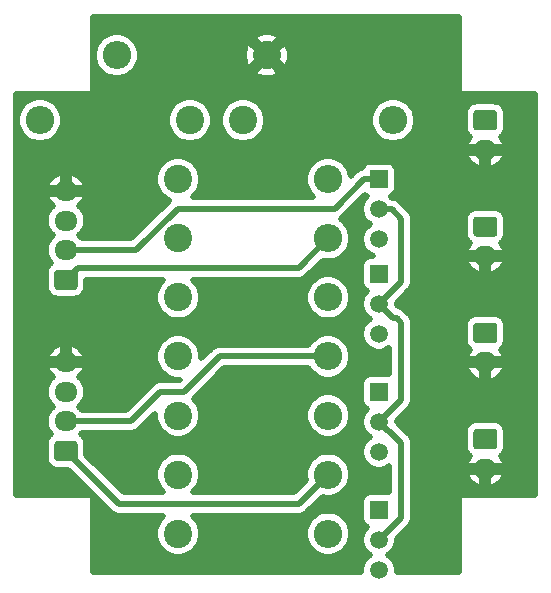
<source format=gbr>
%TF.GenerationSoftware,KiCad,Pcbnew,(5.1.5)-3*%
%TF.CreationDate,2022-05-23T16:29:15+01:00*%
%TF.ProjectId,level_shifter,6c657665-6c5f-4736-9869-667465722e6b,rev?*%
%TF.SameCoordinates,Original*%
%TF.FileFunction,Copper,L2,Bot*%
%TF.FilePolarity,Positive*%
%FSLAX46Y46*%
G04 Gerber Fmt 4.6, Leading zero omitted, Abs format (unit mm)*
G04 Created by KiCad (PCBNEW (5.1.5)-3) date 2022-05-23 16:29:15*
%MOMM*%
%LPD*%
G04 APERTURE LIST*
%TA.AperFunction,ComponentPad*%
%ADD10O,2.400000X2.400000*%
%TD*%
%TA.AperFunction,ComponentPad*%
%ADD11C,2.400000*%
%TD*%
%TA.AperFunction,ComponentPad*%
%ADD12O,2.000000X1.700000*%
%TD*%
%TA.AperFunction,ComponentPad*%
%ADD13C,0.100000*%
%TD*%
%TA.AperFunction,ComponentPad*%
%ADD14O,1.950000X1.700000*%
%TD*%
%TA.AperFunction,ComponentPad*%
%ADD15R,1.500000X1.500000*%
%TD*%
%TA.AperFunction,ComponentPad*%
%ADD16C,1.500000*%
%TD*%
%TA.AperFunction,Conductor*%
%ADD17C,0.500000*%
%TD*%
G04 APERTURE END LIST*
D10*
%TO.P,R10,2*%
%TO.N,d4_h*%
X136700000Y-105500000D03*
D11*
%TO.P,R10,1*%
%TO.N,+5V*%
X124000000Y-105500000D03*
%TD*%
D10*
%TO.P,R9,2*%
%TO.N,d3_h*%
X136700000Y-95500000D03*
D11*
%TO.P,R9,1*%
%TO.N,+5V*%
X124000000Y-95500000D03*
%TD*%
D10*
%TO.P,R8,2*%
%TO.N,d2_h*%
X136700000Y-85500000D03*
D11*
%TO.P,R8,1*%
%TO.N,+5V*%
X124000000Y-85500000D03*
%TD*%
D10*
%TO.P,R7,2*%
%TO.N,d1_h*%
X136700000Y-75500000D03*
D11*
%TO.P,R7,1*%
%TO.N,+5V*%
X124000000Y-75500000D03*
%TD*%
D10*
%TO.P,R6,2*%
%TO.N,d4_l*%
X136700000Y-100500000D03*
D11*
%TO.P,R6,1*%
%TO.N,+3V3*%
X124000000Y-100500000D03*
%TD*%
D10*
%TO.P,R5,2*%
%TO.N,d3_l*%
X136700000Y-90500000D03*
D11*
%TO.P,R5,1*%
%TO.N,+3V3*%
X124000000Y-90500000D03*
%TD*%
D10*
%TO.P,R4,2*%
%TO.N,d2_l*%
X136700000Y-80500000D03*
D11*
%TO.P,R4,1*%
%TO.N,+3V3*%
X124000000Y-80500000D03*
%TD*%
D10*
%TO.P,R3,2*%
%TO.N,d1_l*%
X142200000Y-70500000D03*
D11*
%TO.P,R3,1*%
%TO.N,+3V3*%
X129500000Y-70500000D03*
%TD*%
D10*
%TO.P,R2,2*%
%TO.N,+3V3*%
X118800000Y-65000000D03*
D11*
%TO.P,R2,1*%
%TO.N,GND*%
X131500000Y-65000000D03*
%TD*%
D10*
%TO.P,R1,2*%
%TO.N,+5V*%
X112300000Y-70500000D03*
D11*
%TO.P,R1,1*%
%TO.N,+3V3*%
X125000000Y-70500000D03*
%TD*%
D12*
%TO.P,J6,2*%
%TO.N,GND*%
X150000000Y-100000000D03*
%TA.AperFunction,ComponentPad*%
D13*
%TO.P,J6,1*%
%TO.N,d4_h*%
G36*
X150774504Y-96651204D02*
G01*
X150798773Y-96654804D01*
X150822571Y-96660765D01*
X150845671Y-96669030D01*
X150867849Y-96679520D01*
X150888893Y-96692133D01*
X150908598Y-96706747D01*
X150926777Y-96723223D01*
X150943253Y-96741402D01*
X150957867Y-96761107D01*
X150970480Y-96782151D01*
X150980970Y-96804329D01*
X150989235Y-96827429D01*
X150995196Y-96851227D01*
X150998796Y-96875496D01*
X151000000Y-96900000D01*
X151000000Y-98100000D01*
X150998796Y-98124504D01*
X150995196Y-98148773D01*
X150989235Y-98172571D01*
X150980970Y-98195671D01*
X150970480Y-98217849D01*
X150957867Y-98238893D01*
X150943253Y-98258598D01*
X150926777Y-98276777D01*
X150908598Y-98293253D01*
X150888893Y-98307867D01*
X150867849Y-98320480D01*
X150845671Y-98330970D01*
X150822571Y-98339235D01*
X150798773Y-98345196D01*
X150774504Y-98348796D01*
X150750000Y-98350000D01*
X149250000Y-98350000D01*
X149225496Y-98348796D01*
X149201227Y-98345196D01*
X149177429Y-98339235D01*
X149154329Y-98330970D01*
X149132151Y-98320480D01*
X149111107Y-98307867D01*
X149091402Y-98293253D01*
X149073223Y-98276777D01*
X149056747Y-98258598D01*
X149042133Y-98238893D01*
X149029520Y-98217849D01*
X149019030Y-98195671D01*
X149010765Y-98172571D01*
X149004804Y-98148773D01*
X149001204Y-98124504D01*
X149000000Y-98100000D01*
X149000000Y-96900000D01*
X149001204Y-96875496D01*
X149004804Y-96851227D01*
X149010765Y-96827429D01*
X149019030Y-96804329D01*
X149029520Y-96782151D01*
X149042133Y-96761107D01*
X149056747Y-96741402D01*
X149073223Y-96723223D01*
X149091402Y-96706747D01*
X149111107Y-96692133D01*
X149132151Y-96679520D01*
X149154329Y-96669030D01*
X149177429Y-96660765D01*
X149201227Y-96654804D01*
X149225496Y-96651204D01*
X149250000Y-96650000D01*
X150750000Y-96650000D01*
X150774504Y-96651204D01*
G37*
%TD.AperFunction*%
%TD*%
D12*
%TO.P,J5,2*%
%TO.N,GND*%
X150000000Y-91000000D03*
%TA.AperFunction,ComponentPad*%
D13*
%TO.P,J5,1*%
%TO.N,d3_h*%
G36*
X150774504Y-87651204D02*
G01*
X150798773Y-87654804D01*
X150822571Y-87660765D01*
X150845671Y-87669030D01*
X150867849Y-87679520D01*
X150888893Y-87692133D01*
X150908598Y-87706747D01*
X150926777Y-87723223D01*
X150943253Y-87741402D01*
X150957867Y-87761107D01*
X150970480Y-87782151D01*
X150980970Y-87804329D01*
X150989235Y-87827429D01*
X150995196Y-87851227D01*
X150998796Y-87875496D01*
X151000000Y-87900000D01*
X151000000Y-89100000D01*
X150998796Y-89124504D01*
X150995196Y-89148773D01*
X150989235Y-89172571D01*
X150980970Y-89195671D01*
X150970480Y-89217849D01*
X150957867Y-89238893D01*
X150943253Y-89258598D01*
X150926777Y-89276777D01*
X150908598Y-89293253D01*
X150888893Y-89307867D01*
X150867849Y-89320480D01*
X150845671Y-89330970D01*
X150822571Y-89339235D01*
X150798773Y-89345196D01*
X150774504Y-89348796D01*
X150750000Y-89350000D01*
X149250000Y-89350000D01*
X149225496Y-89348796D01*
X149201227Y-89345196D01*
X149177429Y-89339235D01*
X149154329Y-89330970D01*
X149132151Y-89320480D01*
X149111107Y-89307867D01*
X149091402Y-89293253D01*
X149073223Y-89276777D01*
X149056747Y-89258598D01*
X149042133Y-89238893D01*
X149029520Y-89217849D01*
X149019030Y-89195671D01*
X149010765Y-89172571D01*
X149004804Y-89148773D01*
X149001204Y-89124504D01*
X149000000Y-89100000D01*
X149000000Y-87900000D01*
X149001204Y-87875496D01*
X149004804Y-87851227D01*
X149010765Y-87827429D01*
X149019030Y-87804329D01*
X149029520Y-87782151D01*
X149042133Y-87761107D01*
X149056747Y-87741402D01*
X149073223Y-87723223D01*
X149091402Y-87706747D01*
X149111107Y-87692133D01*
X149132151Y-87679520D01*
X149154329Y-87669030D01*
X149177429Y-87660765D01*
X149201227Y-87654804D01*
X149225496Y-87651204D01*
X149250000Y-87650000D01*
X150750000Y-87650000D01*
X150774504Y-87651204D01*
G37*
%TD.AperFunction*%
%TD*%
D12*
%TO.P,J4,2*%
%TO.N,GND*%
X150000000Y-82000000D03*
%TA.AperFunction,ComponentPad*%
D13*
%TO.P,J4,1*%
%TO.N,d2_h*%
G36*
X150774504Y-78651204D02*
G01*
X150798773Y-78654804D01*
X150822571Y-78660765D01*
X150845671Y-78669030D01*
X150867849Y-78679520D01*
X150888893Y-78692133D01*
X150908598Y-78706747D01*
X150926777Y-78723223D01*
X150943253Y-78741402D01*
X150957867Y-78761107D01*
X150970480Y-78782151D01*
X150980970Y-78804329D01*
X150989235Y-78827429D01*
X150995196Y-78851227D01*
X150998796Y-78875496D01*
X151000000Y-78900000D01*
X151000000Y-80100000D01*
X150998796Y-80124504D01*
X150995196Y-80148773D01*
X150989235Y-80172571D01*
X150980970Y-80195671D01*
X150970480Y-80217849D01*
X150957867Y-80238893D01*
X150943253Y-80258598D01*
X150926777Y-80276777D01*
X150908598Y-80293253D01*
X150888893Y-80307867D01*
X150867849Y-80320480D01*
X150845671Y-80330970D01*
X150822571Y-80339235D01*
X150798773Y-80345196D01*
X150774504Y-80348796D01*
X150750000Y-80350000D01*
X149250000Y-80350000D01*
X149225496Y-80348796D01*
X149201227Y-80345196D01*
X149177429Y-80339235D01*
X149154329Y-80330970D01*
X149132151Y-80320480D01*
X149111107Y-80307867D01*
X149091402Y-80293253D01*
X149073223Y-80276777D01*
X149056747Y-80258598D01*
X149042133Y-80238893D01*
X149029520Y-80217849D01*
X149019030Y-80195671D01*
X149010765Y-80172571D01*
X149004804Y-80148773D01*
X149001204Y-80124504D01*
X149000000Y-80100000D01*
X149000000Y-78900000D01*
X149001204Y-78875496D01*
X149004804Y-78851227D01*
X149010765Y-78827429D01*
X149019030Y-78804329D01*
X149029520Y-78782151D01*
X149042133Y-78761107D01*
X149056747Y-78741402D01*
X149073223Y-78723223D01*
X149091402Y-78706747D01*
X149111107Y-78692133D01*
X149132151Y-78679520D01*
X149154329Y-78669030D01*
X149177429Y-78660765D01*
X149201227Y-78654804D01*
X149225496Y-78651204D01*
X149250000Y-78650000D01*
X150750000Y-78650000D01*
X150774504Y-78651204D01*
G37*
%TD.AperFunction*%
%TD*%
D12*
%TO.P,J3,2*%
%TO.N,GND*%
X150000000Y-73000000D03*
%TA.AperFunction,ComponentPad*%
D13*
%TO.P,J3,1*%
%TO.N,d1_h*%
G36*
X150774504Y-69651204D02*
G01*
X150798773Y-69654804D01*
X150822571Y-69660765D01*
X150845671Y-69669030D01*
X150867849Y-69679520D01*
X150888893Y-69692133D01*
X150908598Y-69706747D01*
X150926777Y-69723223D01*
X150943253Y-69741402D01*
X150957867Y-69761107D01*
X150970480Y-69782151D01*
X150980970Y-69804329D01*
X150989235Y-69827429D01*
X150995196Y-69851227D01*
X150998796Y-69875496D01*
X151000000Y-69900000D01*
X151000000Y-71100000D01*
X150998796Y-71124504D01*
X150995196Y-71148773D01*
X150989235Y-71172571D01*
X150980970Y-71195671D01*
X150970480Y-71217849D01*
X150957867Y-71238893D01*
X150943253Y-71258598D01*
X150926777Y-71276777D01*
X150908598Y-71293253D01*
X150888893Y-71307867D01*
X150867849Y-71320480D01*
X150845671Y-71330970D01*
X150822571Y-71339235D01*
X150798773Y-71345196D01*
X150774504Y-71348796D01*
X150750000Y-71350000D01*
X149250000Y-71350000D01*
X149225496Y-71348796D01*
X149201227Y-71345196D01*
X149177429Y-71339235D01*
X149154329Y-71330970D01*
X149132151Y-71320480D01*
X149111107Y-71307867D01*
X149091402Y-71293253D01*
X149073223Y-71276777D01*
X149056747Y-71258598D01*
X149042133Y-71238893D01*
X149029520Y-71217849D01*
X149019030Y-71195671D01*
X149010765Y-71172571D01*
X149004804Y-71148773D01*
X149001204Y-71124504D01*
X149000000Y-71100000D01*
X149000000Y-69900000D01*
X149001204Y-69875496D01*
X149004804Y-69851227D01*
X149010765Y-69827429D01*
X149019030Y-69804329D01*
X149029520Y-69782151D01*
X149042133Y-69761107D01*
X149056747Y-69741402D01*
X149073223Y-69723223D01*
X149091402Y-69706747D01*
X149111107Y-69692133D01*
X149132151Y-69679520D01*
X149154329Y-69669030D01*
X149177429Y-69660765D01*
X149201227Y-69654804D01*
X149225496Y-69651204D01*
X149250000Y-69650000D01*
X150750000Y-69650000D01*
X150774504Y-69651204D01*
G37*
%TD.AperFunction*%
%TD*%
D14*
%TO.P,J2,4*%
%TO.N,GND*%
X114500000Y-91000000D03*
%TO.P,J2,3*%
%TO.N,+5V*%
X114500000Y-93500000D03*
%TO.P,J2,2*%
%TO.N,d3_l*%
X114500000Y-96000000D03*
%TA.AperFunction,ComponentPad*%
D13*
%TO.P,J2,1*%
%TO.N,d4_l*%
G36*
X115249504Y-97651204D02*
G01*
X115273773Y-97654804D01*
X115297571Y-97660765D01*
X115320671Y-97669030D01*
X115342849Y-97679520D01*
X115363893Y-97692133D01*
X115383598Y-97706747D01*
X115401777Y-97723223D01*
X115418253Y-97741402D01*
X115432867Y-97761107D01*
X115445480Y-97782151D01*
X115455970Y-97804329D01*
X115464235Y-97827429D01*
X115470196Y-97851227D01*
X115473796Y-97875496D01*
X115475000Y-97900000D01*
X115475000Y-99100000D01*
X115473796Y-99124504D01*
X115470196Y-99148773D01*
X115464235Y-99172571D01*
X115455970Y-99195671D01*
X115445480Y-99217849D01*
X115432867Y-99238893D01*
X115418253Y-99258598D01*
X115401777Y-99276777D01*
X115383598Y-99293253D01*
X115363893Y-99307867D01*
X115342849Y-99320480D01*
X115320671Y-99330970D01*
X115297571Y-99339235D01*
X115273773Y-99345196D01*
X115249504Y-99348796D01*
X115225000Y-99350000D01*
X113775000Y-99350000D01*
X113750496Y-99348796D01*
X113726227Y-99345196D01*
X113702429Y-99339235D01*
X113679329Y-99330970D01*
X113657151Y-99320480D01*
X113636107Y-99307867D01*
X113616402Y-99293253D01*
X113598223Y-99276777D01*
X113581747Y-99258598D01*
X113567133Y-99238893D01*
X113554520Y-99217849D01*
X113544030Y-99195671D01*
X113535765Y-99172571D01*
X113529804Y-99148773D01*
X113526204Y-99124504D01*
X113525000Y-99100000D01*
X113525000Y-97900000D01*
X113526204Y-97875496D01*
X113529804Y-97851227D01*
X113535765Y-97827429D01*
X113544030Y-97804329D01*
X113554520Y-97782151D01*
X113567133Y-97761107D01*
X113581747Y-97741402D01*
X113598223Y-97723223D01*
X113616402Y-97706747D01*
X113636107Y-97692133D01*
X113657151Y-97679520D01*
X113679329Y-97669030D01*
X113702429Y-97660765D01*
X113726227Y-97654804D01*
X113750496Y-97651204D01*
X113775000Y-97650000D01*
X115225000Y-97650000D01*
X115249504Y-97651204D01*
G37*
%TD.AperFunction*%
%TD*%
D14*
%TO.P,J1,4*%
%TO.N,GND*%
X114500000Y-76500000D03*
%TO.P,J1,3*%
%TO.N,+5V*%
X114500000Y-79000000D03*
%TO.P,J1,2*%
%TO.N,d1_l*%
X114500000Y-81500000D03*
%TA.AperFunction,ComponentPad*%
D13*
%TO.P,J1,1*%
%TO.N,d2_l*%
G36*
X115249504Y-83151204D02*
G01*
X115273773Y-83154804D01*
X115297571Y-83160765D01*
X115320671Y-83169030D01*
X115342849Y-83179520D01*
X115363893Y-83192133D01*
X115383598Y-83206747D01*
X115401777Y-83223223D01*
X115418253Y-83241402D01*
X115432867Y-83261107D01*
X115445480Y-83282151D01*
X115455970Y-83304329D01*
X115464235Y-83327429D01*
X115470196Y-83351227D01*
X115473796Y-83375496D01*
X115475000Y-83400000D01*
X115475000Y-84600000D01*
X115473796Y-84624504D01*
X115470196Y-84648773D01*
X115464235Y-84672571D01*
X115455970Y-84695671D01*
X115445480Y-84717849D01*
X115432867Y-84738893D01*
X115418253Y-84758598D01*
X115401777Y-84776777D01*
X115383598Y-84793253D01*
X115363893Y-84807867D01*
X115342849Y-84820480D01*
X115320671Y-84830970D01*
X115297571Y-84839235D01*
X115273773Y-84845196D01*
X115249504Y-84848796D01*
X115225000Y-84850000D01*
X113775000Y-84850000D01*
X113750496Y-84848796D01*
X113726227Y-84845196D01*
X113702429Y-84839235D01*
X113679329Y-84830970D01*
X113657151Y-84820480D01*
X113636107Y-84807867D01*
X113616402Y-84793253D01*
X113598223Y-84776777D01*
X113581747Y-84758598D01*
X113567133Y-84738893D01*
X113554520Y-84717849D01*
X113544030Y-84695671D01*
X113535765Y-84672571D01*
X113529804Y-84648773D01*
X113526204Y-84624504D01*
X113525000Y-84600000D01*
X113525000Y-83400000D01*
X113526204Y-83375496D01*
X113529804Y-83351227D01*
X113535765Y-83327429D01*
X113544030Y-83304329D01*
X113554520Y-83282151D01*
X113567133Y-83261107D01*
X113581747Y-83241402D01*
X113598223Y-83223223D01*
X113616402Y-83206747D01*
X113636107Y-83192133D01*
X113657151Y-83179520D01*
X113679329Y-83169030D01*
X113702429Y-83160765D01*
X113726227Y-83154804D01*
X113750496Y-83151204D01*
X113775000Y-83150000D01*
X115225000Y-83150000D01*
X115249504Y-83151204D01*
G37*
%TD.AperFunction*%
%TD*%
D15*
%TO.P,Q1,1*%
%TO.N,d1_l*%
X141000000Y-75500000D03*
D16*
%TO.P,Q1,3*%
%TO.N,d1_h*%
X141000000Y-80580000D03*
%TO.P,Q1,2*%
%TO.N,+3V3*%
X141000000Y-78040000D03*
%TD*%
%TO.P,Q2,2*%
%TO.N,+3V3*%
X141000000Y-86040000D03*
%TO.P,Q2,3*%
%TO.N,d2_h*%
X141000000Y-88580000D03*
D15*
%TO.P,Q2,1*%
%TO.N,d2_l*%
X141000000Y-83500000D03*
%TD*%
D16*
%TO.P,Q3,2*%
%TO.N,+3V3*%
X141000000Y-96040000D03*
%TO.P,Q3,3*%
%TO.N,d3_h*%
X141000000Y-98580000D03*
D15*
%TO.P,Q3,1*%
%TO.N,d3_l*%
X141000000Y-93500000D03*
%TD*%
%TO.P,Q4,1*%
%TO.N,d4_l*%
X141000000Y-103500000D03*
D16*
%TO.P,Q4,3*%
%TO.N,d4_h*%
X141000000Y-108580000D03*
%TO.P,Q4,2*%
%TO.N,+3V3*%
X141000000Y-106040000D03*
%TD*%
D17*
%TO.N,d2_l*%
X134200000Y-83000000D02*
X136700000Y-80500000D01*
X115500000Y-83000000D02*
X134200000Y-83000000D01*
X114500000Y-84000000D02*
X115500000Y-83000000D01*
%TO.N,d1_l*%
X139750000Y-75500000D02*
X141000000Y-75500000D01*
X137250000Y-78000000D02*
X139750000Y-75500000D01*
X123942002Y-78000000D02*
X137250000Y-78000000D01*
X120442002Y-81500000D02*
X123942002Y-78000000D01*
X114500000Y-81500000D02*
X120442002Y-81500000D01*
%TO.N,d4_l*%
X134200000Y-103000000D02*
X136700000Y-100500000D01*
X119000000Y-103000000D02*
X134200000Y-103000000D01*
X114500000Y-98500000D02*
X119000000Y-103000000D01*
%TO.N,d3_l*%
X127500000Y-90500000D02*
X136700000Y-90500000D01*
X124500000Y-93500000D02*
X127500000Y-90500000D01*
X122500000Y-93500000D02*
X124500000Y-93500000D01*
X120000000Y-96000000D02*
X122500000Y-93500000D01*
X114500000Y-96000000D02*
X120000000Y-96000000D01*
%TO.N,+3V3*%
X142060660Y-78040000D02*
X142875000Y-78854340D01*
X141000000Y-78040000D02*
X142060660Y-78040000D01*
X142875000Y-84165000D02*
X141000000Y-86040000D01*
X142875000Y-78854340D02*
X142875000Y-84165000D01*
X142200001Y-87240001D02*
X142485001Y-87240001D01*
X141000000Y-86040000D02*
X142200001Y-87240001D01*
X142485001Y-87240001D02*
X142875000Y-87630000D01*
X142875000Y-94165000D02*
X141000000Y-96040000D01*
X142875000Y-87630000D02*
X142875000Y-94165000D01*
X141749999Y-96789999D02*
X141874999Y-96789999D01*
X141000000Y-96040000D02*
X141749999Y-96789999D01*
X141874999Y-96789999D02*
X142875000Y-97790000D01*
X142875000Y-104165000D02*
X141000000Y-106040000D01*
X142875000Y-97790000D02*
X142875000Y-104165000D01*
%TD*%
%TO.N,GND*%
G36*
X147750000Y-68000000D02*
G01*
X147754804Y-68048773D01*
X147769030Y-68095671D01*
X147792133Y-68138893D01*
X147823223Y-68176777D01*
X147861107Y-68207867D01*
X147904329Y-68230970D01*
X147951227Y-68245196D01*
X148000000Y-68250000D01*
X154225000Y-68250000D01*
X154225001Y-102250000D01*
X148000000Y-102250000D01*
X147951227Y-102254804D01*
X147904329Y-102269030D01*
X147861107Y-102292133D01*
X147823223Y-102323223D01*
X147792133Y-102361107D01*
X147769030Y-102404329D01*
X147754804Y-102451227D01*
X147750000Y-102500000D01*
X147750000Y-108725000D01*
X142500000Y-108725000D01*
X142500000Y-108432263D01*
X142442356Y-108142466D01*
X142329283Y-107869483D01*
X142165126Y-107623806D01*
X141956194Y-107414874D01*
X141799240Y-107310000D01*
X141956194Y-107205126D01*
X142165126Y-106996194D01*
X142329283Y-106750517D01*
X142442356Y-106477534D01*
X142500000Y-106187737D01*
X142500000Y-105954212D01*
X143547368Y-104906845D01*
X143585528Y-104875528D01*
X143710492Y-104723258D01*
X143803349Y-104549535D01*
X143860530Y-104361034D01*
X143875000Y-104214120D01*
X143875000Y-104214119D01*
X143879838Y-104165001D01*
X143875000Y-104115883D01*
X143875000Y-100494143D01*
X148328217Y-100494143D01*
X148362214Y-100575764D01*
X148503127Y-100854954D01*
X148695800Y-101101288D01*
X148932828Y-101305300D01*
X149205103Y-101459150D01*
X149502161Y-101556926D01*
X149750000Y-101404672D01*
X149750000Y-100250000D01*
X150250000Y-100250000D01*
X150250000Y-101404672D01*
X150497839Y-101556926D01*
X150794897Y-101459150D01*
X151067172Y-101305300D01*
X151304200Y-101101288D01*
X151496873Y-100854954D01*
X151637786Y-100575764D01*
X151671783Y-100494143D01*
X151540200Y-100250000D01*
X150250000Y-100250000D01*
X149750000Y-100250000D01*
X148459800Y-100250000D01*
X148328217Y-100494143D01*
X143875000Y-100494143D01*
X143875000Y-97839120D01*
X143879838Y-97790000D01*
X143860530Y-97593965D01*
X143803349Y-97405465D01*
X143784009Y-97369283D01*
X143710492Y-97231742D01*
X143585528Y-97079472D01*
X143547368Y-97048155D01*
X143399213Y-96900000D01*
X148246372Y-96900000D01*
X148246372Y-98100000D01*
X148265656Y-98295798D01*
X148322769Y-98484072D01*
X148415514Y-98657586D01*
X148540328Y-98809672D01*
X148677434Y-98922193D01*
X148503127Y-99145046D01*
X148362214Y-99424236D01*
X148328217Y-99505857D01*
X148459800Y-99750000D01*
X149750000Y-99750000D01*
X149750000Y-99730000D01*
X150250000Y-99730000D01*
X150250000Y-99750000D01*
X151540200Y-99750000D01*
X151671783Y-99505857D01*
X151637786Y-99424236D01*
X151496873Y-99145046D01*
X151322566Y-98922193D01*
X151459672Y-98809672D01*
X151584486Y-98657586D01*
X151677231Y-98484072D01*
X151734344Y-98295798D01*
X151753628Y-98100000D01*
X151753628Y-96900000D01*
X151734344Y-96704202D01*
X151677231Y-96515928D01*
X151584486Y-96342414D01*
X151459672Y-96190328D01*
X151307586Y-96065514D01*
X151134072Y-95972769D01*
X150945798Y-95915656D01*
X150750000Y-95896372D01*
X149250000Y-95896372D01*
X149054202Y-95915656D01*
X148865928Y-95972769D01*
X148692414Y-96065514D01*
X148540328Y-96190328D01*
X148415514Y-96342414D01*
X148322769Y-96515928D01*
X148265656Y-96704202D01*
X148246372Y-96900000D01*
X143399213Y-96900000D01*
X142616848Y-96117636D01*
X142585527Y-96079471D01*
X142500000Y-96009281D01*
X142500000Y-95954212D01*
X143547368Y-94906845D01*
X143585528Y-94875528D01*
X143710492Y-94723258D01*
X143803349Y-94549535D01*
X143860530Y-94361034D01*
X143875000Y-94214120D01*
X143875000Y-94214119D01*
X143879838Y-94165001D01*
X143875000Y-94115883D01*
X143875000Y-91494143D01*
X148328217Y-91494143D01*
X148362214Y-91575764D01*
X148503127Y-91854954D01*
X148695800Y-92101288D01*
X148932828Y-92305300D01*
X149205103Y-92459150D01*
X149502161Y-92556926D01*
X149750000Y-92404672D01*
X149750000Y-91250000D01*
X150250000Y-91250000D01*
X150250000Y-92404672D01*
X150497839Y-92556926D01*
X150794897Y-92459150D01*
X151067172Y-92305300D01*
X151304200Y-92101288D01*
X151496873Y-91854954D01*
X151637786Y-91575764D01*
X151671783Y-91494143D01*
X151540200Y-91250000D01*
X150250000Y-91250000D01*
X149750000Y-91250000D01*
X148459800Y-91250000D01*
X148328217Y-91494143D01*
X143875000Y-91494143D01*
X143875000Y-87900000D01*
X148246372Y-87900000D01*
X148246372Y-89100000D01*
X148265656Y-89295798D01*
X148322769Y-89484072D01*
X148415514Y-89657586D01*
X148540328Y-89809672D01*
X148677434Y-89922193D01*
X148503127Y-90145046D01*
X148362214Y-90424236D01*
X148328217Y-90505857D01*
X148459800Y-90750000D01*
X149750000Y-90750000D01*
X149750000Y-90730000D01*
X150250000Y-90730000D01*
X150250000Y-90750000D01*
X151540200Y-90750000D01*
X151671783Y-90505857D01*
X151637786Y-90424236D01*
X151496873Y-90145046D01*
X151322566Y-89922193D01*
X151459672Y-89809672D01*
X151584486Y-89657586D01*
X151677231Y-89484072D01*
X151734344Y-89295798D01*
X151753628Y-89100000D01*
X151753628Y-87900000D01*
X151734344Y-87704202D01*
X151677231Y-87515928D01*
X151584486Y-87342414D01*
X151459672Y-87190328D01*
X151307586Y-87065514D01*
X151134072Y-86972769D01*
X150945798Y-86915656D01*
X150750000Y-86896372D01*
X149250000Y-86896372D01*
X149054202Y-86915656D01*
X148865928Y-86972769D01*
X148692414Y-87065514D01*
X148540328Y-87190328D01*
X148415514Y-87342414D01*
X148322769Y-87515928D01*
X148265656Y-87704202D01*
X148246372Y-87900000D01*
X143875000Y-87900000D01*
X143875000Y-87679120D01*
X143879838Y-87630000D01*
X143860530Y-87433966D01*
X143803349Y-87245465D01*
X143781787Y-87205126D01*
X143710492Y-87071742D01*
X143585528Y-86919472D01*
X143547363Y-86888151D01*
X143226850Y-86567638D01*
X143195529Y-86529473D01*
X143043259Y-86404509D01*
X142869536Y-86311652D01*
X142681035Y-86254471D01*
X142622965Y-86248752D01*
X142500000Y-86125787D01*
X142500000Y-85954212D01*
X143547368Y-84906845D01*
X143585528Y-84875528D01*
X143710492Y-84723258D01*
X143803349Y-84549535D01*
X143860530Y-84361034D01*
X143875000Y-84214120D01*
X143875000Y-84214119D01*
X143879838Y-84165001D01*
X143875000Y-84115883D01*
X143875000Y-82494143D01*
X148328217Y-82494143D01*
X148362214Y-82575764D01*
X148503127Y-82854954D01*
X148695800Y-83101288D01*
X148932828Y-83305300D01*
X149205103Y-83459150D01*
X149502161Y-83556926D01*
X149750000Y-83404672D01*
X149750000Y-82250000D01*
X150250000Y-82250000D01*
X150250000Y-83404672D01*
X150497839Y-83556926D01*
X150794897Y-83459150D01*
X151067172Y-83305300D01*
X151304200Y-83101288D01*
X151496873Y-82854954D01*
X151637786Y-82575764D01*
X151671783Y-82494143D01*
X151540200Y-82250000D01*
X150250000Y-82250000D01*
X149750000Y-82250000D01*
X148459800Y-82250000D01*
X148328217Y-82494143D01*
X143875000Y-82494143D01*
X143875000Y-78903460D01*
X143875340Y-78900000D01*
X148246372Y-78900000D01*
X148246372Y-80100000D01*
X148265656Y-80295798D01*
X148322769Y-80484072D01*
X148415514Y-80657586D01*
X148540328Y-80809672D01*
X148677434Y-80922193D01*
X148503127Y-81145046D01*
X148362214Y-81424236D01*
X148328217Y-81505857D01*
X148459800Y-81750000D01*
X149750000Y-81750000D01*
X149750000Y-81730000D01*
X150250000Y-81730000D01*
X150250000Y-81750000D01*
X151540200Y-81750000D01*
X151671783Y-81505857D01*
X151637786Y-81424236D01*
X151496873Y-81145046D01*
X151322566Y-80922193D01*
X151459672Y-80809672D01*
X151584486Y-80657586D01*
X151677231Y-80484072D01*
X151734344Y-80295798D01*
X151753628Y-80100000D01*
X151753628Y-78900000D01*
X151734344Y-78704202D01*
X151677231Y-78515928D01*
X151584486Y-78342414D01*
X151459672Y-78190328D01*
X151307586Y-78065514D01*
X151134072Y-77972769D01*
X150945798Y-77915656D01*
X150750000Y-77896372D01*
X149250000Y-77896372D01*
X149054202Y-77915656D01*
X148865928Y-77972769D01*
X148692414Y-78065514D01*
X148540328Y-78190328D01*
X148415514Y-78342414D01*
X148322769Y-78515928D01*
X148265656Y-78704202D01*
X148246372Y-78900000D01*
X143875340Y-78900000D01*
X143879838Y-78854340D01*
X143860530Y-78658306D01*
X143803349Y-78469805D01*
X143710492Y-78296082D01*
X143616840Y-78181966D01*
X143585528Y-78143812D01*
X143547373Y-78112499D01*
X142802508Y-77367636D01*
X142771188Y-77329472D01*
X142618918Y-77204508D01*
X142445195Y-77111651D01*
X142256694Y-77054470D01*
X142122581Y-77041261D01*
X142030099Y-76948779D01*
X142038401Y-76946261D01*
X142168693Y-76876619D01*
X142282895Y-76782895D01*
X142376619Y-76668693D01*
X142446261Y-76538401D01*
X142489147Y-76397026D01*
X142503628Y-76250000D01*
X142503628Y-74750000D01*
X142489147Y-74602974D01*
X142446261Y-74461599D01*
X142376619Y-74331307D01*
X142282895Y-74217105D01*
X142168693Y-74123381D01*
X142038401Y-74053739D01*
X141897026Y-74010853D01*
X141750000Y-73996372D01*
X140250000Y-73996372D01*
X140102974Y-74010853D01*
X139961599Y-74053739D01*
X139831307Y-74123381D01*
X139717105Y-74217105D01*
X139623381Y-74331307D01*
X139553739Y-74461599D01*
X139536052Y-74519904D01*
X139365465Y-74571651D01*
X139191742Y-74664508D01*
X139039472Y-74789472D01*
X139008155Y-74827632D01*
X138629733Y-75206054D01*
X138575062Y-74931206D01*
X138428067Y-74576329D01*
X138214664Y-74256948D01*
X137943052Y-73985336D01*
X137623671Y-73771933D01*
X137268794Y-73624938D01*
X136892058Y-73550000D01*
X136507942Y-73550000D01*
X136131206Y-73624938D01*
X135776329Y-73771933D01*
X135456948Y-73985336D01*
X135185336Y-74256948D01*
X134971933Y-74576329D01*
X134824938Y-74931206D01*
X134750000Y-75307942D01*
X134750000Y-75692058D01*
X134824938Y-76068794D01*
X134971933Y-76423671D01*
X135185336Y-76743052D01*
X135442284Y-77000000D01*
X125257716Y-77000000D01*
X125514664Y-76743052D01*
X125728067Y-76423671D01*
X125875062Y-76068794D01*
X125950000Y-75692058D01*
X125950000Y-75307942D01*
X125875062Y-74931206D01*
X125728067Y-74576329D01*
X125514664Y-74256948D01*
X125243052Y-73985336D01*
X124923671Y-73771933D01*
X124568794Y-73624938D01*
X124192058Y-73550000D01*
X123807942Y-73550000D01*
X123431206Y-73624938D01*
X123076329Y-73771933D01*
X122756948Y-73985336D01*
X122485336Y-74256948D01*
X122271933Y-74576329D01*
X122124938Y-74931206D01*
X122050000Y-75307942D01*
X122050000Y-75692058D01*
X122124938Y-76068794D01*
X122271933Y-76423671D01*
X122485336Y-76743052D01*
X122756948Y-77014664D01*
X123076329Y-77228067D01*
X123229723Y-77291605D01*
X123200162Y-77327626D01*
X120027790Y-80500000D01*
X115874150Y-80500000D01*
X115761845Y-80363155D01*
X115623965Y-80250000D01*
X115761845Y-80136845D01*
X115961788Y-79893213D01*
X116110359Y-79615256D01*
X116201849Y-79313655D01*
X116232741Y-79000000D01*
X116201849Y-78686345D01*
X116110359Y-78384744D01*
X115961788Y-78106787D01*
X115761845Y-77863155D01*
X115615728Y-77743240D01*
X115796226Y-77582876D01*
X115984980Y-77333574D01*
X116121471Y-77052238D01*
X116146783Y-76994143D01*
X116015200Y-76750000D01*
X114750000Y-76750000D01*
X114750000Y-76770000D01*
X114250000Y-76770000D01*
X114250000Y-76750000D01*
X112984800Y-76750000D01*
X112853217Y-76994143D01*
X112878529Y-77052238D01*
X113015020Y-77333574D01*
X113203774Y-77582876D01*
X113384272Y-77743240D01*
X113238155Y-77863155D01*
X113038212Y-78106787D01*
X112889641Y-78384744D01*
X112798151Y-78686345D01*
X112767259Y-79000000D01*
X112798151Y-79313655D01*
X112889641Y-79615256D01*
X113038212Y-79893213D01*
X113238155Y-80136845D01*
X113376035Y-80250000D01*
X113238155Y-80363155D01*
X113038212Y-80606787D01*
X112889641Y-80884744D01*
X112798151Y-81186345D01*
X112767259Y-81500000D01*
X112798151Y-81813655D01*
X112889641Y-82115256D01*
X113038212Y-82393213D01*
X113194828Y-82584050D01*
X113065328Y-82690328D01*
X112940514Y-82842414D01*
X112847769Y-83015928D01*
X112790656Y-83204202D01*
X112771372Y-83400000D01*
X112771372Y-84600000D01*
X112790656Y-84795798D01*
X112847769Y-84984072D01*
X112940514Y-85157586D01*
X113065328Y-85309672D01*
X113217414Y-85434486D01*
X113390928Y-85527231D01*
X113579202Y-85584344D01*
X113775000Y-85603628D01*
X115225000Y-85603628D01*
X115420798Y-85584344D01*
X115609072Y-85527231D01*
X115782586Y-85434486D01*
X115934672Y-85309672D01*
X116059486Y-85157586D01*
X116152231Y-84984072D01*
X116209344Y-84795798D01*
X116228628Y-84600000D01*
X116228628Y-84000000D01*
X122742284Y-84000000D01*
X122485336Y-84256948D01*
X122271933Y-84576329D01*
X122124938Y-84931206D01*
X122050000Y-85307942D01*
X122050000Y-85692058D01*
X122124938Y-86068794D01*
X122271933Y-86423671D01*
X122485336Y-86743052D01*
X122756948Y-87014664D01*
X123076329Y-87228067D01*
X123431206Y-87375062D01*
X123807942Y-87450000D01*
X124192058Y-87450000D01*
X124568794Y-87375062D01*
X124923671Y-87228067D01*
X125243052Y-87014664D01*
X125514664Y-86743052D01*
X125728067Y-86423671D01*
X125875062Y-86068794D01*
X125950000Y-85692058D01*
X125950000Y-85307942D01*
X134750000Y-85307942D01*
X134750000Y-85692058D01*
X134824938Y-86068794D01*
X134971933Y-86423671D01*
X135185336Y-86743052D01*
X135456948Y-87014664D01*
X135776329Y-87228067D01*
X136131206Y-87375062D01*
X136507942Y-87450000D01*
X136892058Y-87450000D01*
X137268794Y-87375062D01*
X137623671Y-87228067D01*
X137943052Y-87014664D01*
X138214664Y-86743052D01*
X138428067Y-86423671D01*
X138575062Y-86068794D01*
X138650000Y-85692058D01*
X138650000Y-85307942D01*
X138575062Y-84931206D01*
X138428067Y-84576329D01*
X138214664Y-84256948D01*
X137943052Y-83985336D01*
X137623671Y-83771933D01*
X137268794Y-83624938D01*
X136892058Y-83550000D01*
X136507942Y-83550000D01*
X136131206Y-83624938D01*
X135776329Y-83771933D01*
X135456948Y-83985336D01*
X135185336Y-84256948D01*
X134971933Y-84576329D01*
X134824938Y-84931206D01*
X134750000Y-85307942D01*
X125950000Y-85307942D01*
X125875062Y-84931206D01*
X125728067Y-84576329D01*
X125514664Y-84256948D01*
X125257716Y-84000000D01*
X134150880Y-84000000D01*
X134200000Y-84004838D01*
X134249120Y-84000000D01*
X134396034Y-83985530D01*
X134584535Y-83928349D01*
X134758258Y-83835492D01*
X134910528Y-83710528D01*
X134941849Y-83672363D01*
X136221241Y-82392971D01*
X136507942Y-82450000D01*
X136892058Y-82450000D01*
X137268794Y-82375062D01*
X137623671Y-82228067D01*
X137943052Y-82014664D01*
X138214664Y-81743052D01*
X138428067Y-81423671D01*
X138575062Y-81068794D01*
X138650000Y-80692058D01*
X138650000Y-80307942D01*
X138575062Y-79931206D01*
X138428067Y-79576329D01*
X138214664Y-79256948D01*
X137943052Y-78985336D01*
X137758555Y-78862059D01*
X137808258Y-78835492D01*
X137960528Y-78710528D01*
X137991849Y-78672363D01*
X139807298Y-76856915D01*
X139831307Y-76876619D01*
X139961599Y-76946261D01*
X139969901Y-76948779D01*
X139834874Y-77083806D01*
X139670717Y-77329483D01*
X139557644Y-77602466D01*
X139500000Y-77892263D01*
X139500000Y-78187737D01*
X139557644Y-78477534D01*
X139670717Y-78750517D01*
X139834874Y-78996194D01*
X140043806Y-79205126D01*
X140200760Y-79310000D01*
X140043806Y-79414874D01*
X139834874Y-79623806D01*
X139670717Y-79869483D01*
X139557644Y-80142466D01*
X139500000Y-80432263D01*
X139500000Y-80727737D01*
X139557644Y-81017534D01*
X139670717Y-81290517D01*
X139834874Y-81536194D01*
X140043806Y-81745126D01*
X140289483Y-81909283D01*
X140499735Y-81996372D01*
X140250000Y-81996372D01*
X140102974Y-82010853D01*
X139961599Y-82053739D01*
X139831307Y-82123381D01*
X139717105Y-82217105D01*
X139623381Y-82331307D01*
X139553739Y-82461599D01*
X139510853Y-82602974D01*
X139496372Y-82750000D01*
X139496372Y-84250000D01*
X139510853Y-84397026D01*
X139553739Y-84538401D01*
X139623381Y-84668693D01*
X139717105Y-84782895D01*
X139831307Y-84876619D01*
X139961599Y-84946261D01*
X139969901Y-84948779D01*
X139834874Y-85083806D01*
X139670717Y-85329483D01*
X139557644Y-85602466D01*
X139500000Y-85892263D01*
X139500000Y-86187737D01*
X139557644Y-86477534D01*
X139670717Y-86750517D01*
X139834874Y-86996194D01*
X140043806Y-87205126D01*
X140200760Y-87310000D01*
X140043806Y-87414874D01*
X139834874Y-87623806D01*
X139670717Y-87869483D01*
X139557644Y-88142466D01*
X139500000Y-88432263D01*
X139500000Y-88727737D01*
X139557644Y-89017534D01*
X139670717Y-89290517D01*
X139834874Y-89536194D01*
X140043806Y-89745126D01*
X140289483Y-89909283D01*
X140562466Y-90022356D01*
X140852263Y-90080000D01*
X141147737Y-90080000D01*
X141437534Y-90022356D01*
X141710517Y-89909283D01*
X141875000Y-89799378D01*
X141875001Y-92008684D01*
X141750000Y-91996372D01*
X140250000Y-91996372D01*
X140102974Y-92010853D01*
X139961599Y-92053739D01*
X139831307Y-92123381D01*
X139717105Y-92217105D01*
X139623381Y-92331307D01*
X139553739Y-92461599D01*
X139510853Y-92602974D01*
X139496372Y-92750000D01*
X139496372Y-94250000D01*
X139510853Y-94397026D01*
X139553739Y-94538401D01*
X139623381Y-94668693D01*
X139717105Y-94782895D01*
X139831307Y-94876619D01*
X139961599Y-94946261D01*
X139969901Y-94948779D01*
X139834874Y-95083806D01*
X139670717Y-95329483D01*
X139557644Y-95602466D01*
X139500000Y-95892263D01*
X139500000Y-96187737D01*
X139557644Y-96477534D01*
X139670717Y-96750517D01*
X139834874Y-96996194D01*
X140043806Y-97205126D01*
X140200760Y-97310000D01*
X140043806Y-97414874D01*
X139834874Y-97623806D01*
X139670717Y-97869483D01*
X139557644Y-98142466D01*
X139500000Y-98432263D01*
X139500000Y-98727737D01*
X139557644Y-99017534D01*
X139670717Y-99290517D01*
X139834874Y-99536194D01*
X140043806Y-99745126D01*
X140289483Y-99909283D01*
X140562466Y-100022356D01*
X140852263Y-100080000D01*
X141147737Y-100080000D01*
X141437534Y-100022356D01*
X141710517Y-99909283D01*
X141875000Y-99799378D01*
X141875001Y-102008684D01*
X141750000Y-101996372D01*
X140250000Y-101996372D01*
X140102974Y-102010853D01*
X139961599Y-102053739D01*
X139831307Y-102123381D01*
X139717105Y-102217105D01*
X139623381Y-102331307D01*
X139553739Y-102461599D01*
X139510853Y-102602974D01*
X139496372Y-102750000D01*
X139496372Y-104250000D01*
X139510853Y-104397026D01*
X139553739Y-104538401D01*
X139623381Y-104668693D01*
X139717105Y-104782895D01*
X139831307Y-104876619D01*
X139961599Y-104946261D01*
X139969901Y-104948779D01*
X139834874Y-105083806D01*
X139670717Y-105329483D01*
X139557644Y-105602466D01*
X139500000Y-105892263D01*
X139500000Y-106187737D01*
X139557644Y-106477534D01*
X139670717Y-106750517D01*
X139834874Y-106996194D01*
X140043806Y-107205126D01*
X140200760Y-107310000D01*
X140043806Y-107414874D01*
X139834874Y-107623806D01*
X139670717Y-107869483D01*
X139557644Y-108142466D01*
X139500000Y-108432263D01*
X139500000Y-108725000D01*
X116750000Y-108725000D01*
X116750000Y-102500000D01*
X116745196Y-102451227D01*
X116730970Y-102404329D01*
X116707867Y-102361107D01*
X116676777Y-102323223D01*
X116638893Y-102292133D01*
X116595671Y-102269030D01*
X116548773Y-102254804D01*
X116500000Y-102250000D01*
X110275000Y-102250000D01*
X110275000Y-93500000D01*
X112767259Y-93500000D01*
X112798151Y-93813655D01*
X112889641Y-94115256D01*
X113038212Y-94393213D01*
X113238155Y-94636845D01*
X113376035Y-94750000D01*
X113238155Y-94863155D01*
X113038212Y-95106787D01*
X112889641Y-95384744D01*
X112798151Y-95686345D01*
X112767259Y-96000000D01*
X112798151Y-96313655D01*
X112889641Y-96615256D01*
X113038212Y-96893213D01*
X113194828Y-97084050D01*
X113065328Y-97190328D01*
X112940514Y-97342414D01*
X112847769Y-97515928D01*
X112790656Y-97704202D01*
X112771372Y-97900000D01*
X112771372Y-99100000D01*
X112790656Y-99295798D01*
X112847769Y-99484072D01*
X112940514Y-99657586D01*
X113065328Y-99809672D01*
X113217414Y-99934486D01*
X113390928Y-100027231D01*
X113579202Y-100084344D01*
X113775000Y-100103628D01*
X114689416Y-100103628D01*
X118258155Y-103672368D01*
X118289472Y-103710528D01*
X118441742Y-103835492D01*
X118595088Y-103917457D01*
X118615465Y-103928349D01*
X118803965Y-103985530D01*
X118999999Y-104004838D01*
X119049119Y-104000000D01*
X122742284Y-104000000D01*
X122485336Y-104256948D01*
X122271933Y-104576329D01*
X122124938Y-104931206D01*
X122050000Y-105307942D01*
X122050000Y-105692058D01*
X122124938Y-106068794D01*
X122271933Y-106423671D01*
X122485336Y-106743052D01*
X122756948Y-107014664D01*
X123076329Y-107228067D01*
X123431206Y-107375062D01*
X123807942Y-107450000D01*
X124192058Y-107450000D01*
X124568794Y-107375062D01*
X124923671Y-107228067D01*
X125243052Y-107014664D01*
X125514664Y-106743052D01*
X125728067Y-106423671D01*
X125875062Y-106068794D01*
X125950000Y-105692058D01*
X125950000Y-105307942D01*
X134750000Y-105307942D01*
X134750000Y-105692058D01*
X134824938Y-106068794D01*
X134971933Y-106423671D01*
X135185336Y-106743052D01*
X135456948Y-107014664D01*
X135776329Y-107228067D01*
X136131206Y-107375062D01*
X136507942Y-107450000D01*
X136892058Y-107450000D01*
X137268794Y-107375062D01*
X137623671Y-107228067D01*
X137943052Y-107014664D01*
X138214664Y-106743052D01*
X138428067Y-106423671D01*
X138575062Y-106068794D01*
X138650000Y-105692058D01*
X138650000Y-105307942D01*
X138575062Y-104931206D01*
X138428067Y-104576329D01*
X138214664Y-104256948D01*
X137943052Y-103985336D01*
X137623671Y-103771933D01*
X137268794Y-103624938D01*
X136892058Y-103550000D01*
X136507942Y-103550000D01*
X136131206Y-103624938D01*
X135776329Y-103771933D01*
X135456948Y-103985336D01*
X135185336Y-104256948D01*
X134971933Y-104576329D01*
X134824938Y-104931206D01*
X134750000Y-105307942D01*
X125950000Y-105307942D01*
X125875062Y-104931206D01*
X125728067Y-104576329D01*
X125514664Y-104256948D01*
X125257716Y-104000000D01*
X134150880Y-104000000D01*
X134200000Y-104004838D01*
X134249120Y-104000000D01*
X134396034Y-103985530D01*
X134584535Y-103928349D01*
X134758258Y-103835492D01*
X134910528Y-103710528D01*
X134941849Y-103672363D01*
X136221241Y-102392971D01*
X136507942Y-102450000D01*
X136892058Y-102450000D01*
X137268794Y-102375062D01*
X137623671Y-102228067D01*
X137943052Y-102014664D01*
X138214664Y-101743052D01*
X138428067Y-101423671D01*
X138575062Y-101068794D01*
X138650000Y-100692058D01*
X138650000Y-100307942D01*
X138575062Y-99931206D01*
X138428067Y-99576329D01*
X138214664Y-99256948D01*
X137943052Y-98985336D01*
X137623671Y-98771933D01*
X137268794Y-98624938D01*
X136892058Y-98550000D01*
X136507942Y-98550000D01*
X136131206Y-98624938D01*
X135776329Y-98771933D01*
X135456948Y-98985336D01*
X135185336Y-99256948D01*
X134971933Y-99576329D01*
X134824938Y-99931206D01*
X134750000Y-100307942D01*
X134750000Y-100692058D01*
X134807029Y-100978759D01*
X133785788Y-102000000D01*
X125257716Y-102000000D01*
X125514664Y-101743052D01*
X125728067Y-101423671D01*
X125875062Y-101068794D01*
X125950000Y-100692058D01*
X125950000Y-100307942D01*
X125875062Y-99931206D01*
X125728067Y-99576329D01*
X125514664Y-99256948D01*
X125243052Y-98985336D01*
X124923671Y-98771933D01*
X124568794Y-98624938D01*
X124192058Y-98550000D01*
X123807942Y-98550000D01*
X123431206Y-98624938D01*
X123076329Y-98771933D01*
X122756948Y-98985336D01*
X122485336Y-99256948D01*
X122271933Y-99576329D01*
X122124938Y-99931206D01*
X122050000Y-100307942D01*
X122050000Y-100692058D01*
X122124938Y-101068794D01*
X122271933Y-101423671D01*
X122485336Y-101743052D01*
X122742284Y-102000000D01*
X119414213Y-102000000D01*
X116228628Y-98814416D01*
X116228628Y-97900000D01*
X116209344Y-97704202D01*
X116152231Y-97515928D01*
X116059486Y-97342414D01*
X115934672Y-97190328D01*
X115805172Y-97084050D01*
X115874150Y-97000000D01*
X119950880Y-97000000D01*
X120000000Y-97004838D01*
X120049120Y-97000000D01*
X120196034Y-96985530D01*
X120384535Y-96928349D01*
X120558258Y-96835492D01*
X120710528Y-96710528D01*
X120741849Y-96672363D01*
X122050000Y-95364213D01*
X122050000Y-95692058D01*
X122124938Y-96068794D01*
X122271933Y-96423671D01*
X122485336Y-96743052D01*
X122756948Y-97014664D01*
X123076329Y-97228067D01*
X123431206Y-97375062D01*
X123807942Y-97450000D01*
X124192058Y-97450000D01*
X124568794Y-97375062D01*
X124923671Y-97228067D01*
X125243052Y-97014664D01*
X125514664Y-96743052D01*
X125728067Y-96423671D01*
X125875062Y-96068794D01*
X125950000Y-95692058D01*
X125950000Y-95307942D01*
X134750000Y-95307942D01*
X134750000Y-95692058D01*
X134824938Y-96068794D01*
X134971933Y-96423671D01*
X135185336Y-96743052D01*
X135456948Y-97014664D01*
X135776329Y-97228067D01*
X136131206Y-97375062D01*
X136507942Y-97450000D01*
X136892058Y-97450000D01*
X137268794Y-97375062D01*
X137623671Y-97228067D01*
X137943052Y-97014664D01*
X138214664Y-96743052D01*
X138428067Y-96423671D01*
X138575062Y-96068794D01*
X138650000Y-95692058D01*
X138650000Y-95307942D01*
X138575062Y-94931206D01*
X138428067Y-94576329D01*
X138214664Y-94256948D01*
X137943052Y-93985336D01*
X137623671Y-93771933D01*
X137268794Y-93624938D01*
X136892058Y-93550000D01*
X136507942Y-93550000D01*
X136131206Y-93624938D01*
X135776329Y-93771933D01*
X135456948Y-93985336D01*
X135185336Y-94256948D01*
X134971933Y-94576329D01*
X134824938Y-94931206D01*
X134750000Y-95307942D01*
X125950000Y-95307942D01*
X125875062Y-94931206D01*
X125728067Y-94576329D01*
X125514664Y-94256948D01*
X125335964Y-94078248D01*
X127914214Y-91500000D01*
X135022934Y-91500000D01*
X135185336Y-91743052D01*
X135456948Y-92014664D01*
X135776329Y-92228067D01*
X136131206Y-92375062D01*
X136507942Y-92450000D01*
X136892058Y-92450000D01*
X137268794Y-92375062D01*
X137623671Y-92228067D01*
X137943052Y-92014664D01*
X138214664Y-91743052D01*
X138428067Y-91423671D01*
X138575062Y-91068794D01*
X138650000Y-90692058D01*
X138650000Y-90307942D01*
X138575062Y-89931206D01*
X138428067Y-89576329D01*
X138214664Y-89256948D01*
X137943052Y-88985336D01*
X137623671Y-88771933D01*
X137268794Y-88624938D01*
X136892058Y-88550000D01*
X136507942Y-88550000D01*
X136131206Y-88624938D01*
X135776329Y-88771933D01*
X135456948Y-88985336D01*
X135185336Y-89256948D01*
X135022934Y-89500000D01*
X127549120Y-89500000D01*
X127500000Y-89495162D01*
X127450880Y-89500000D01*
X127303966Y-89514470D01*
X127115465Y-89571651D01*
X126941742Y-89664508D01*
X126789472Y-89789472D01*
X126758160Y-89827626D01*
X125950000Y-90635787D01*
X125950000Y-90307942D01*
X125875062Y-89931206D01*
X125728067Y-89576329D01*
X125514664Y-89256948D01*
X125243052Y-88985336D01*
X124923671Y-88771933D01*
X124568794Y-88624938D01*
X124192058Y-88550000D01*
X123807942Y-88550000D01*
X123431206Y-88624938D01*
X123076329Y-88771933D01*
X122756948Y-88985336D01*
X122485336Y-89256948D01*
X122271933Y-89576329D01*
X122124938Y-89931206D01*
X122050000Y-90307942D01*
X122050000Y-90692058D01*
X122124938Y-91068794D01*
X122271933Y-91423671D01*
X122485336Y-91743052D01*
X122756948Y-92014664D01*
X123076329Y-92228067D01*
X123431206Y-92375062D01*
X123807942Y-92450000D01*
X124135788Y-92450000D01*
X124085788Y-92500000D01*
X122549120Y-92500000D01*
X122500000Y-92495162D01*
X122450880Y-92500000D01*
X122303966Y-92514470D01*
X122115465Y-92571651D01*
X121941742Y-92664508D01*
X121789472Y-92789472D01*
X121758155Y-92827632D01*
X119585788Y-95000000D01*
X115874150Y-95000000D01*
X115761845Y-94863155D01*
X115623965Y-94750000D01*
X115761845Y-94636845D01*
X115961788Y-94393213D01*
X116110359Y-94115256D01*
X116201849Y-93813655D01*
X116232741Y-93500000D01*
X116201849Y-93186345D01*
X116110359Y-92884744D01*
X115961788Y-92606787D01*
X115761845Y-92363155D01*
X115615728Y-92243240D01*
X115796226Y-92082876D01*
X115984980Y-91833574D01*
X116121471Y-91552238D01*
X116146783Y-91494143D01*
X116015200Y-91250000D01*
X114750000Y-91250000D01*
X114750000Y-91270000D01*
X114250000Y-91270000D01*
X114250000Y-91250000D01*
X112984800Y-91250000D01*
X112853217Y-91494143D01*
X112878529Y-91552238D01*
X113015020Y-91833574D01*
X113203774Y-92082876D01*
X113384272Y-92243240D01*
X113238155Y-92363155D01*
X113038212Y-92606787D01*
X112889641Y-92884744D01*
X112798151Y-93186345D01*
X112767259Y-93500000D01*
X110275000Y-93500000D01*
X110275000Y-90505857D01*
X112853217Y-90505857D01*
X112984800Y-90750000D01*
X114250000Y-90750000D01*
X114250000Y-89597291D01*
X114750000Y-89597291D01*
X114750000Y-90750000D01*
X116015200Y-90750000D01*
X116146783Y-90505857D01*
X116121471Y-90447762D01*
X115984980Y-90166426D01*
X115796226Y-89917124D01*
X115562463Y-89709436D01*
X115292673Y-89551344D01*
X114997225Y-89448923D01*
X114750000Y-89597291D01*
X114250000Y-89597291D01*
X114002775Y-89448923D01*
X113707327Y-89551344D01*
X113437537Y-89709436D01*
X113203774Y-89917124D01*
X113015020Y-90166426D01*
X112878529Y-90447762D01*
X112853217Y-90505857D01*
X110275000Y-90505857D01*
X110275000Y-76005857D01*
X112853217Y-76005857D01*
X112984800Y-76250000D01*
X114250000Y-76250000D01*
X114250000Y-75097291D01*
X114750000Y-75097291D01*
X114750000Y-76250000D01*
X116015200Y-76250000D01*
X116146783Y-76005857D01*
X116121471Y-75947762D01*
X115984980Y-75666426D01*
X115796226Y-75417124D01*
X115562463Y-75209436D01*
X115292673Y-75051344D01*
X114997225Y-74948923D01*
X114750000Y-75097291D01*
X114250000Y-75097291D01*
X114002775Y-74948923D01*
X113707327Y-75051344D01*
X113437537Y-75209436D01*
X113203774Y-75417124D01*
X113015020Y-75666426D01*
X112878529Y-75947762D01*
X112853217Y-76005857D01*
X110275000Y-76005857D01*
X110275000Y-73494143D01*
X148328217Y-73494143D01*
X148362214Y-73575764D01*
X148503127Y-73854954D01*
X148695800Y-74101288D01*
X148932828Y-74305300D01*
X149205103Y-74459150D01*
X149502161Y-74556926D01*
X149750000Y-74404672D01*
X149750000Y-73250000D01*
X150250000Y-73250000D01*
X150250000Y-74404672D01*
X150497839Y-74556926D01*
X150794897Y-74459150D01*
X151067172Y-74305300D01*
X151304200Y-74101288D01*
X151496873Y-73854954D01*
X151637786Y-73575764D01*
X151671783Y-73494143D01*
X151540200Y-73250000D01*
X150250000Y-73250000D01*
X149750000Y-73250000D01*
X148459800Y-73250000D01*
X148328217Y-73494143D01*
X110275000Y-73494143D01*
X110275000Y-70307942D01*
X110350000Y-70307942D01*
X110350000Y-70692058D01*
X110424938Y-71068794D01*
X110571933Y-71423671D01*
X110785336Y-71743052D01*
X111056948Y-72014664D01*
X111376329Y-72228067D01*
X111731206Y-72375062D01*
X112107942Y-72450000D01*
X112492058Y-72450000D01*
X112868794Y-72375062D01*
X113223671Y-72228067D01*
X113543052Y-72014664D01*
X113814664Y-71743052D01*
X114028067Y-71423671D01*
X114175062Y-71068794D01*
X114250000Y-70692058D01*
X114250000Y-70307942D01*
X123050000Y-70307942D01*
X123050000Y-70692058D01*
X123124938Y-71068794D01*
X123271933Y-71423671D01*
X123485336Y-71743052D01*
X123756948Y-72014664D01*
X124076329Y-72228067D01*
X124431206Y-72375062D01*
X124807942Y-72450000D01*
X125192058Y-72450000D01*
X125568794Y-72375062D01*
X125923671Y-72228067D01*
X126243052Y-72014664D01*
X126514664Y-71743052D01*
X126728067Y-71423671D01*
X126875062Y-71068794D01*
X126950000Y-70692058D01*
X126950000Y-70307942D01*
X127550000Y-70307942D01*
X127550000Y-70692058D01*
X127624938Y-71068794D01*
X127771933Y-71423671D01*
X127985336Y-71743052D01*
X128256948Y-72014664D01*
X128576329Y-72228067D01*
X128931206Y-72375062D01*
X129307942Y-72450000D01*
X129692058Y-72450000D01*
X130068794Y-72375062D01*
X130423671Y-72228067D01*
X130743052Y-72014664D01*
X131014664Y-71743052D01*
X131228067Y-71423671D01*
X131375062Y-71068794D01*
X131450000Y-70692058D01*
X131450000Y-70307942D01*
X140250000Y-70307942D01*
X140250000Y-70692058D01*
X140324938Y-71068794D01*
X140471933Y-71423671D01*
X140685336Y-71743052D01*
X140956948Y-72014664D01*
X141276329Y-72228067D01*
X141631206Y-72375062D01*
X142007942Y-72450000D01*
X142392058Y-72450000D01*
X142768794Y-72375062D01*
X143123671Y-72228067D01*
X143443052Y-72014664D01*
X143714664Y-71743052D01*
X143928067Y-71423671D01*
X144075062Y-71068794D01*
X144150000Y-70692058D01*
X144150000Y-70307942D01*
X144075062Y-69931206D01*
X144062137Y-69900000D01*
X148246372Y-69900000D01*
X148246372Y-71100000D01*
X148265656Y-71295798D01*
X148322769Y-71484072D01*
X148415514Y-71657586D01*
X148540328Y-71809672D01*
X148677434Y-71922193D01*
X148503127Y-72145046D01*
X148362214Y-72424236D01*
X148328217Y-72505857D01*
X148459800Y-72750000D01*
X149750000Y-72750000D01*
X149750000Y-72730000D01*
X150250000Y-72730000D01*
X150250000Y-72750000D01*
X151540200Y-72750000D01*
X151671783Y-72505857D01*
X151637786Y-72424236D01*
X151496873Y-72145046D01*
X151322566Y-71922193D01*
X151459672Y-71809672D01*
X151584486Y-71657586D01*
X151677231Y-71484072D01*
X151734344Y-71295798D01*
X151753628Y-71100000D01*
X151753628Y-69900000D01*
X151734344Y-69704202D01*
X151677231Y-69515928D01*
X151584486Y-69342414D01*
X151459672Y-69190328D01*
X151307586Y-69065514D01*
X151134072Y-68972769D01*
X150945798Y-68915656D01*
X150750000Y-68896372D01*
X149250000Y-68896372D01*
X149054202Y-68915656D01*
X148865928Y-68972769D01*
X148692414Y-69065514D01*
X148540328Y-69190328D01*
X148415514Y-69342414D01*
X148322769Y-69515928D01*
X148265656Y-69704202D01*
X148246372Y-69900000D01*
X144062137Y-69900000D01*
X143928067Y-69576329D01*
X143714664Y-69256948D01*
X143443052Y-68985336D01*
X143123671Y-68771933D01*
X142768794Y-68624938D01*
X142392058Y-68550000D01*
X142007942Y-68550000D01*
X141631206Y-68624938D01*
X141276329Y-68771933D01*
X140956948Y-68985336D01*
X140685336Y-69256948D01*
X140471933Y-69576329D01*
X140324938Y-69931206D01*
X140250000Y-70307942D01*
X131450000Y-70307942D01*
X131375062Y-69931206D01*
X131228067Y-69576329D01*
X131014664Y-69256948D01*
X130743052Y-68985336D01*
X130423671Y-68771933D01*
X130068794Y-68624938D01*
X129692058Y-68550000D01*
X129307942Y-68550000D01*
X128931206Y-68624938D01*
X128576329Y-68771933D01*
X128256948Y-68985336D01*
X127985336Y-69256948D01*
X127771933Y-69576329D01*
X127624938Y-69931206D01*
X127550000Y-70307942D01*
X126950000Y-70307942D01*
X126875062Y-69931206D01*
X126728067Y-69576329D01*
X126514664Y-69256948D01*
X126243052Y-68985336D01*
X125923671Y-68771933D01*
X125568794Y-68624938D01*
X125192058Y-68550000D01*
X124807942Y-68550000D01*
X124431206Y-68624938D01*
X124076329Y-68771933D01*
X123756948Y-68985336D01*
X123485336Y-69256948D01*
X123271933Y-69576329D01*
X123124938Y-69931206D01*
X123050000Y-70307942D01*
X114250000Y-70307942D01*
X114175062Y-69931206D01*
X114028067Y-69576329D01*
X113814664Y-69256948D01*
X113543052Y-68985336D01*
X113223671Y-68771933D01*
X112868794Y-68624938D01*
X112492058Y-68550000D01*
X112107942Y-68550000D01*
X111731206Y-68624938D01*
X111376329Y-68771933D01*
X111056948Y-68985336D01*
X110785336Y-69256948D01*
X110571933Y-69576329D01*
X110424938Y-69931206D01*
X110350000Y-70307942D01*
X110275000Y-70307942D01*
X110275000Y-68250000D01*
X116500000Y-68250000D01*
X116548773Y-68245196D01*
X116595671Y-68230970D01*
X116638893Y-68207867D01*
X116676777Y-68176777D01*
X116707867Y-68138893D01*
X116730970Y-68095671D01*
X116745196Y-68048773D01*
X116750000Y-68000000D01*
X116750000Y-64807942D01*
X116850000Y-64807942D01*
X116850000Y-65192058D01*
X116924938Y-65568794D01*
X117071933Y-65923671D01*
X117285336Y-66243052D01*
X117556948Y-66514664D01*
X117876329Y-66728067D01*
X118231206Y-66875062D01*
X118607942Y-66950000D01*
X118992058Y-66950000D01*
X119368794Y-66875062D01*
X119723671Y-66728067D01*
X120043052Y-66514664D01*
X120140526Y-66417190D01*
X130436363Y-66417190D01*
X130559940Y-66719207D01*
X130913403Y-66869570D01*
X131289409Y-66948086D01*
X131673509Y-66951738D01*
X132050941Y-66880386D01*
X132407200Y-66736772D01*
X132440060Y-66719207D01*
X132563637Y-66417190D01*
X131500000Y-65353553D01*
X130436363Y-66417190D01*
X120140526Y-66417190D01*
X120314664Y-66243052D01*
X120528067Y-65923671D01*
X120675062Y-65568794D01*
X120750000Y-65192058D01*
X120750000Y-65173509D01*
X129548262Y-65173509D01*
X129619614Y-65550941D01*
X129763228Y-65907200D01*
X129780793Y-65940060D01*
X130082810Y-66063637D01*
X131146447Y-65000000D01*
X131853553Y-65000000D01*
X132917190Y-66063637D01*
X133219207Y-65940060D01*
X133369570Y-65586597D01*
X133448086Y-65210591D01*
X133451738Y-64826491D01*
X133380386Y-64449059D01*
X133236772Y-64092800D01*
X133219207Y-64059940D01*
X132917190Y-63936363D01*
X131853553Y-65000000D01*
X131146447Y-65000000D01*
X130082810Y-63936363D01*
X129780793Y-64059940D01*
X129630430Y-64413403D01*
X129551914Y-64789409D01*
X129548262Y-65173509D01*
X120750000Y-65173509D01*
X120750000Y-64807942D01*
X120675062Y-64431206D01*
X120528067Y-64076329D01*
X120314664Y-63756948D01*
X120140526Y-63582810D01*
X130436363Y-63582810D01*
X131500000Y-64646447D01*
X132563637Y-63582810D01*
X132440060Y-63280793D01*
X132086597Y-63130430D01*
X131710591Y-63051914D01*
X131326491Y-63048262D01*
X130949059Y-63119614D01*
X130592800Y-63263228D01*
X130559940Y-63280793D01*
X130436363Y-63582810D01*
X120140526Y-63582810D01*
X120043052Y-63485336D01*
X119723671Y-63271933D01*
X119368794Y-63124938D01*
X118992058Y-63050000D01*
X118607942Y-63050000D01*
X118231206Y-63124938D01*
X117876329Y-63271933D01*
X117556948Y-63485336D01*
X117285336Y-63756948D01*
X117071933Y-64076329D01*
X116924938Y-64431206D01*
X116850000Y-64807942D01*
X116750000Y-64807942D01*
X116750000Y-61775000D01*
X147750000Y-61775000D01*
X147750000Y-68000000D01*
G37*
X147750000Y-68000000D02*
X147754804Y-68048773D01*
X147769030Y-68095671D01*
X147792133Y-68138893D01*
X147823223Y-68176777D01*
X147861107Y-68207867D01*
X147904329Y-68230970D01*
X147951227Y-68245196D01*
X148000000Y-68250000D01*
X154225000Y-68250000D01*
X154225001Y-102250000D01*
X148000000Y-102250000D01*
X147951227Y-102254804D01*
X147904329Y-102269030D01*
X147861107Y-102292133D01*
X147823223Y-102323223D01*
X147792133Y-102361107D01*
X147769030Y-102404329D01*
X147754804Y-102451227D01*
X147750000Y-102500000D01*
X147750000Y-108725000D01*
X142500000Y-108725000D01*
X142500000Y-108432263D01*
X142442356Y-108142466D01*
X142329283Y-107869483D01*
X142165126Y-107623806D01*
X141956194Y-107414874D01*
X141799240Y-107310000D01*
X141956194Y-107205126D01*
X142165126Y-106996194D01*
X142329283Y-106750517D01*
X142442356Y-106477534D01*
X142500000Y-106187737D01*
X142500000Y-105954212D01*
X143547368Y-104906845D01*
X143585528Y-104875528D01*
X143710492Y-104723258D01*
X143803349Y-104549535D01*
X143860530Y-104361034D01*
X143875000Y-104214120D01*
X143875000Y-104214119D01*
X143879838Y-104165001D01*
X143875000Y-104115883D01*
X143875000Y-100494143D01*
X148328217Y-100494143D01*
X148362214Y-100575764D01*
X148503127Y-100854954D01*
X148695800Y-101101288D01*
X148932828Y-101305300D01*
X149205103Y-101459150D01*
X149502161Y-101556926D01*
X149750000Y-101404672D01*
X149750000Y-100250000D01*
X150250000Y-100250000D01*
X150250000Y-101404672D01*
X150497839Y-101556926D01*
X150794897Y-101459150D01*
X151067172Y-101305300D01*
X151304200Y-101101288D01*
X151496873Y-100854954D01*
X151637786Y-100575764D01*
X151671783Y-100494143D01*
X151540200Y-100250000D01*
X150250000Y-100250000D01*
X149750000Y-100250000D01*
X148459800Y-100250000D01*
X148328217Y-100494143D01*
X143875000Y-100494143D01*
X143875000Y-97839120D01*
X143879838Y-97790000D01*
X143860530Y-97593965D01*
X143803349Y-97405465D01*
X143784009Y-97369283D01*
X143710492Y-97231742D01*
X143585528Y-97079472D01*
X143547368Y-97048155D01*
X143399213Y-96900000D01*
X148246372Y-96900000D01*
X148246372Y-98100000D01*
X148265656Y-98295798D01*
X148322769Y-98484072D01*
X148415514Y-98657586D01*
X148540328Y-98809672D01*
X148677434Y-98922193D01*
X148503127Y-99145046D01*
X148362214Y-99424236D01*
X148328217Y-99505857D01*
X148459800Y-99750000D01*
X149750000Y-99750000D01*
X149750000Y-99730000D01*
X150250000Y-99730000D01*
X150250000Y-99750000D01*
X151540200Y-99750000D01*
X151671783Y-99505857D01*
X151637786Y-99424236D01*
X151496873Y-99145046D01*
X151322566Y-98922193D01*
X151459672Y-98809672D01*
X151584486Y-98657586D01*
X151677231Y-98484072D01*
X151734344Y-98295798D01*
X151753628Y-98100000D01*
X151753628Y-96900000D01*
X151734344Y-96704202D01*
X151677231Y-96515928D01*
X151584486Y-96342414D01*
X151459672Y-96190328D01*
X151307586Y-96065514D01*
X151134072Y-95972769D01*
X150945798Y-95915656D01*
X150750000Y-95896372D01*
X149250000Y-95896372D01*
X149054202Y-95915656D01*
X148865928Y-95972769D01*
X148692414Y-96065514D01*
X148540328Y-96190328D01*
X148415514Y-96342414D01*
X148322769Y-96515928D01*
X148265656Y-96704202D01*
X148246372Y-96900000D01*
X143399213Y-96900000D01*
X142616848Y-96117636D01*
X142585527Y-96079471D01*
X142500000Y-96009281D01*
X142500000Y-95954212D01*
X143547368Y-94906845D01*
X143585528Y-94875528D01*
X143710492Y-94723258D01*
X143803349Y-94549535D01*
X143860530Y-94361034D01*
X143875000Y-94214120D01*
X143875000Y-94214119D01*
X143879838Y-94165001D01*
X143875000Y-94115883D01*
X143875000Y-91494143D01*
X148328217Y-91494143D01*
X148362214Y-91575764D01*
X148503127Y-91854954D01*
X148695800Y-92101288D01*
X148932828Y-92305300D01*
X149205103Y-92459150D01*
X149502161Y-92556926D01*
X149750000Y-92404672D01*
X149750000Y-91250000D01*
X150250000Y-91250000D01*
X150250000Y-92404672D01*
X150497839Y-92556926D01*
X150794897Y-92459150D01*
X151067172Y-92305300D01*
X151304200Y-92101288D01*
X151496873Y-91854954D01*
X151637786Y-91575764D01*
X151671783Y-91494143D01*
X151540200Y-91250000D01*
X150250000Y-91250000D01*
X149750000Y-91250000D01*
X148459800Y-91250000D01*
X148328217Y-91494143D01*
X143875000Y-91494143D01*
X143875000Y-87900000D01*
X148246372Y-87900000D01*
X148246372Y-89100000D01*
X148265656Y-89295798D01*
X148322769Y-89484072D01*
X148415514Y-89657586D01*
X148540328Y-89809672D01*
X148677434Y-89922193D01*
X148503127Y-90145046D01*
X148362214Y-90424236D01*
X148328217Y-90505857D01*
X148459800Y-90750000D01*
X149750000Y-90750000D01*
X149750000Y-90730000D01*
X150250000Y-90730000D01*
X150250000Y-90750000D01*
X151540200Y-90750000D01*
X151671783Y-90505857D01*
X151637786Y-90424236D01*
X151496873Y-90145046D01*
X151322566Y-89922193D01*
X151459672Y-89809672D01*
X151584486Y-89657586D01*
X151677231Y-89484072D01*
X151734344Y-89295798D01*
X151753628Y-89100000D01*
X151753628Y-87900000D01*
X151734344Y-87704202D01*
X151677231Y-87515928D01*
X151584486Y-87342414D01*
X151459672Y-87190328D01*
X151307586Y-87065514D01*
X151134072Y-86972769D01*
X150945798Y-86915656D01*
X150750000Y-86896372D01*
X149250000Y-86896372D01*
X149054202Y-86915656D01*
X148865928Y-86972769D01*
X148692414Y-87065514D01*
X148540328Y-87190328D01*
X148415514Y-87342414D01*
X148322769Y-87515928D01*
X148265656Y-87704202D01*
X148246372Y-87900000D01*
X143875000Y-87900000D01*
X143875000Y-87679120D01*
X143879838Y-87630000D01*
X143860530Y-87433966D01*
X143803349Y-87245465D01*
X143781787Y-87205126D01*
X143710492Y-87071742D01*
X143585528Y-86919472D01*
X143547363Y-86888151D01*
X143226850Y-86567638D01*
X143195529Y-86529473D01*
X143043259Y-86404509D01*
X142869536Y-86311652D01*
X142681035Y-86254471D01*
X142622965Y-86248752D01*
X142500000Y-86125787D01*
X142500000Y-85954212D01*
X143547368Y-84906845D01*
X143585528Y-84875528D01*
X143710492Y-84723258D01*
X143803349Y-84549535D01*
X143860530Y-84361034D01*
X143875000Y-84214120D01*
X143875000Y-84214119D01*
X143879838Y-84165001D01*
X143875000Y-84115883D01*
X143875000Y-82494143D01*
X148328217Y-82494143D01*
X148362214Y-82575764D01*
X148503127Y-82854954D01*
X148695800Y-83101288D01*
X148932828Y-83305300D01*
X149205103Y-83459150D01*
X149502161Y-83556926D01*
X149750000Y-83404672D01*
X149750000Y-82250000D01*
X150250000Y-82250000D01*
X150250000Y-83404672D01*
X150497839Y-83556926D01*
X150794897Y-83459150D01*
X151067172Y-83305300D01*
X151304200Y-83101288D01*
X151496873Y-82854954D01*
X151637786Y-82575764D01*
X151671783Y-82494143D01*
X151540200Y-82250000D01*
X150250000Y-82250000D01*
X149750000Y-82250000D01*
X148459800Y-82250000D01*
X148328217Y-82494143D01*
X143875000Y-82494143D01*
X143875000Y-78903460D01*
X143875340Y-78900000D01*
X148246372Y-78900000D01*
X148246372Y-80100000D01*
X148265656Y-80295798D01*
X148322769Y-80484072D01*
X148415514Y-80657586D01*
X148540328Y-80809672D01*
X148677434Y-80922193D01*
X148503127Y-81145046D01*
X148362214Y-81424236D01*
X148328217Y-81505857D01*
X148459800Y-81750000D01*
X149750000Y-81750000D01*
X149750000Y-81730000D01*
X150250000Y-81730000D01*
X150250000Y-81750000D01*
X151540200Y-81750000D01*
X151671783Y-81505857D01*
X151637786Y-81424236D01*
X151496873Y-81145046D01*
X151322566Y-80922193D01*
X151459672Y-80809672D01*
X151584486Y-80657586D01*
X151677231Y-80484072D01*
X151734344Y-80295798D01*
X151753628Y-80100000D01*
X151753628Y-78900000D01*
X151734344Y-78704202D01*
X151677231Y-78515928D01*
X151584486Y-78342414D01*
X151459672Y-78190328D01*
X151307586Y-78065514D01*
X151134072Y-77972769D01*
X150945798Y-77915656D01*
X150750000Y-77896372D01*
X149250000Y-77896372D01*
X149054202Y-77915656D01*
X148865928Y-77972769D01*
X148692414Y-78065514D01*
X148540328Y-78190328D01*
X148415514Y-78342414D01*
X148322769Y-78515928D01*
X148265656Y-78704202D01*
X148246372Y-78900000D01*
X143875340Y-78900000D01*
X143879838Y-78854340D01*
X143860530Y-78658306D01*
X143803349Y-78469805D01*
X143710492Y-78296082D01*
X143616840Y-78181966D01*
X143585528Y-78143812D01*
X143547373Y-78112499D01*
X142802508Y-77367636D01*
X142771188Y-77329472D01*
X142618918Y-77204508D01*
X142445195Y-77111651D01*
X142256694Y-77054470D01*
X142122581Y-77041261D01*
X142030099Y-76948779D01*
X142038401Y-76946261D01*
X142168693Y-76876619D01*
X142282895Y-76782895D01*
X142376619Y-76668693D01*
X142446261Y-76538401D01*
X142489147Y-76397026D01*
X142503628Y-76250000D01*
X142503628Y-74750000D01*
X142489147Y-74602974D01*
X142446261Y-74461599D01*
X142376619Y-74331307D01*
X142282895Y-74217105D01*
X142168693Y-74123381D01*
X142038401Y-74053739D01*
X141897026Y-74010853D01*
X141750000Y-73996372D01*
X140250000Y-73996372D01*
X140102974Y-74010853D01*
X139961599Y-74053739D01*
X139831307Y-74123381D01*
X139717105Y-74217105D01*
X139623381Y-74331307D01*
X139553739Y-74461599D01*
X139536052Y-74519904D01*
X139365465Y-74571651D01*
X139191742Y-74664508D01*
X139039472Y-74789472D01*
X139008155Y-74827632D01*
X138629733Y-75206054D01*
X138575062Y-74931206D01*
X138428067Y-74576329D01*
X138214664Y-74256948D01*
X137943052Y-73985336D01*
X137623671Y-73771933D01*
X137268794Y-73624938D01*
X136892058Y-73550000D01*
X136507942Y-73550000D01*
X136131206Y-73624938D01*
X135776329Y-73771933D01*
X135456948Y-73985336D01*
X135185336Y-74256948D01*
X134971933Y-74576329D01*
X134824938Y-74931206D01*
X134750000Y-75307942D01*
X134750000Y-75692058D01*
X134824938Y-76068794D01*
X134971933Y-76423671D01*
X135185336Y-76743052D01*
X135442284Y-77000000D01*
X125257716Y-77000000D01*
X125514664Y-76743052D01*
X125728067Y-76423671D01*
X125875062Y-76068794D01*
X125950000Y-75692058D01*
X125950000Y-75307942D01*
X125875062Y-74931206D01*
X125728067Y-74576329D01*
X125514664Y-74256948D01*
X125243052Y-73985336D01*
X124923671Y-73771933D01*
X124568794Y-73624938D01*
X124192058Y-73550000D01*
X123807942Y-73550000D01*
X123431206Y-73624938D01*
X123076329Y-73771933D01*
X122756948Y-73985336D01*
X122485336Y-74256948D01*
X122271933Y-74576329D01*
X122124938Y-74931206D01*
X122050000Y-75307942D01*
X122050000Y-75692058D01*
X122124938Y-76068794D01*
X122271933Y-76423671D01*
X122485336Y-76743052D01*
X122756948Y-77014664D01*
X123076329Y-77228067D01*
X123229723Y-77291605D01*
X123200162Y-77327626D01*
X120027790Y-80500000D01*
X115874150Y-80500000D01*
X115761845Y-80363155D01*
X115623965Y-80250000D01*
X115761845Y-80136845D01*
X115961788Y-79893213D01*
X116110359Y-79615256D01*
X116201849Y-79313655D01*
X116232741Y-79000000D01*
X116201849Y-78686345D01*
X116110359Y-78384744D01*
X115961788Y-78106787D01*
X115761845Y-77863155D01*
X115615728Y-77743240D01*
X115796226Y-77582876D01*
X115984980Y-77333574D01*
X116121471Y-77052238D01*
X116146783Y-76994143D01*
X116015200Y-76750000D01*
X114750000Y-76750000D01*
X114750000Y-76770000D01*
X114250000Y-76770000D01*
X114250000Y-76750000D01*
X112984800Y-76750000D01*
X112853217Y-76994143D01*
X112878529Y-77052238D01*
X113015020Y-77333574D01*
X113203774Y-77582876D01*
X113384272Y-77743240D01*
X113238155Y-77863155D01*
X113038212Y-78106787D01*
X112889641Y-78384744D01*
X112798151Y-78686345D01*
X112767259Y-79000000D01*
X112798151Y-79313655D01*
X112889641Y-79615256D01*
X113038212Y-79893213D01*
X113238155Y-80136845D01*
X113376035Y-80250000D01*
X113238155Y-80363155D01*
X113038212Y-80606787D01*
X112889641Y-80884744D01*
X112798151Y-81186345D01*
X112767259Y-81500000D01*
X112798151Y-81813655D01*
X112889641Y-82115256D01*
X113038212Y-82393213D01*
X113194828Y-82584050D01*
X113065328Y-82690328D01*
X112940514Y-82842414D01*
X112847769Y-83015928D01*
X112790656Y-83204202D01*
X112771372Y-83400000D01*
X112771372Y-84600000D01*
X112790656Y-84795798D01*
X112847769Y-84984072D01*
X112940514Y-85157586D01*
X113065328Y-85309672D01*
X113217414Y-85434486D01*
X113390928Y-85527231D01*
X113579202Y-85584344D01*
X113775000Y-85603628D01*
X115225000Y-85603628D01*
X115420798Y-85584344D01*
X115609072Y-85527231D01*
X115782586Y-85434486D01*
X115934672Y-85309672D01*
X116059486Y-85157586D01*
X116152231Y-84984072D01*
X116209344Y-84795798D01*
X116228628Y-84600000D01*
X116228628Y-84000000D01*
X122742284Y-84000000D01*
X122485336Y-84256948D01*
X122271933Y-84576329D01*
X122124938Y-84931206D01*
X122050000Y-85307942D01*
X122050000Y-85692058D01*
X122124938Y-86068794D01*
X122271933Y-86423671D01*
X122485336Y-86743052D01*
X122756948Y-87014664D01*
X123076329Y-87228067D01*
X123431206Y-87375062D01*
X123807942Y-87450000D01*
X124192058Y-87450000D01*
X124568794Y-87375062D01*
X124923671Y-87228067D01*
X125243052Y-87014664D01*
X125514664Y-86743052D01*
X125728067Y-86423671D01*
X125875062Y-86068794D01*
X125950000Y-85692058D01*
X125950000Y-85307942D01*
X134750000Y-85307942D01*
X134750000Y-85692058D01*
X134824938Y-86068794D01*
X134971933Y-86423671D01*
X135185336Y-86743052D01*
X135456948Y-87014664D01*
X135776329Y-87228067D01*
X136131206Y-87375062D01*
X136507942Y-87450000D01*
X136892058Y-87450000D01*
X137268794Y-87375062D01*
X137623671Y-87228067D01*
X137943052Y-87014664D01*
X138214664Y-86743052D01*
X138428067Y-86423671D01*
X138575062Y-86068794D01*
X138650000Y-85692058D01*
X138650000Y-85307942D01*
X138575062Y-84931206D01*
X138428067Y-84576329D01*
X138214664Y-84256948D01*
X137943052Y-83985336D01*
X137623671Y-83771933D01*
X137268794Y-83624938D01*
X136892058Y-83550000D01*
X136507942Y-83550000D01*
X136131206Y-83624938D01*
X135776329Y-83771933D01*
X135456948Y-83985336D01*
X135185336Y-84256948D01*
X134971933Y-84576329D01*
X134824938Y-84931206D01*
X134750000Y-85307942D01*
X125950000Y-85307942D01*
X125875062Y-84931206D01*
X125728067Y-84576329D01*
X125514664Y-84256948D01*
X125257716Y-84000000D01*
X134150880Y-84000000D01*
X134200000Y-84004838D01*
X134249120Y-84000000D01*
X134396034Y-83985530D01*
X134584535Y-83928349D01*
X134758258Y-83835492D01*
X134910528Y-83710528D01*
X134941849Y-83672363D01*
X136221241Y-82392971D01*
X136507942Y-82450000D01*
X136892058Y-82450000D01*
X137268794Y-82375062D01*
X137623671Y-82228067D01*
X137943052Y-82014664D01*
X138214664Y-81743052D01*
X138428067Y-81423671D01*
X138575062Y-81068794D01*
X138650000Y-80692058D01*
X138650000Y-80307942D01*
X138575062Y-79931206D01*
X138428067Y-79576329D01*
X138214664Y-79256948D01*
X137943052Y-78985336D01*
X137758555Y-78862059D01*
X137808258Y-78835492D01*
X137960528Y-78710528D01*
X137991849Y-78672363D01*
X139807298Y-76856915D01*
X139831307Y-76876619D01*
X139961599Y-76946261D01*
X139969901Y-76948779D01*
X139834874Y-77083806D01*
X139670717Y-77329483D01*
X139557644Y-77602466D01*
X139500000Y-77892263D01*
X139500000Y-78187737D01*
X139557644Y-78477534D01*
X139670717Y-78750517D01*
X139834874Y-78996194D01*
X140043806Y-79205126D01*
X140200760Y-79310000D01*
X140043806Y-79414874D01*
X139834874Y-79623806D01*
X139670717Y-79869483D01*
X139557644Y-80142466D01*
X139500000Y-80432263D01*
X139500000Y-80727737D01*
X139557644Y-81017534D01*
X139670717Y-81290517D01*
X139834874Y-81536194D01*
X140043806Y-81745126D01*
X140289483Y-81909283D01*
X140499735Y-81996372D01*
X140250000Y-81996372D01*
X140102974Y-82010853D01*
X139961599Y-82053739D01*
X139831307Y-82123381D01*
X139717105Y-82217105D01*
X139623381Y-82331307D01*
X139553739Y-82461599D01*
X139510853Y-82602974D01*
X139496372Y-82750000D01*
X139496372Y-84250000D01*
X139510853Y-84397026D01*
X139553739Y-84538401D01*
X139623381Y-84668693D01*
X139717105Y-84782895D01*
X139831307Y-84876619D01*
X139961599Y-84946261D01*
X139969901Y-84948779D01*
X139834874Y-85083806D01*
X139670717Y-85329483D01*
X139557644Y-85602466D01*
X139500000Y-85892263D01*
X139500000Y-86187737D01*
X139557644Y-86477534D01*
X139670717Y-86750517D01*
X139834874Y-86996194D01*
X140043806Y-87205126D01*
X140200760Y-87310000D01*
X140043806Y-87414874D01*
X139834874Y-87623806D01*
X139670717Y-87869483D01*
X139557644Y-88142466D01*
X139500000Y-88432263D01*
X139500000Y-88727737D01*
X139557644Y-89017534D01*
X139670717Y-89290517D01*
X139834874Y-89536194D01*
X140043806Y-89745126D01*
X140289483Y-89909283D01*
X140562466Y-90022356D01*
X140852263Y-90080000D01*
X141147737Y-90080000D01*
X141437534Y-90022356D01*
X141710517Y-89909283D01*
X141875000Y-89799378D01*
X141875001Y-92008684D01*
X141750000Y-91996372D01*
X140250000Y-91996372D01*
X140102974Y-92010853D01*
X139961599Y-92053739D01*
X139831307Y-92123381D01*
X139717105Y-92217105D01*
X139623381Y-92331307D01*
X139553739Y-92461599D01*
X139510853Y-92602974D01*
X139496372Y-92750000D01*
X139496372Y-94250000D01*
X139510853Y-94397026D01*
X139553739Y-94538401D01*
X139623381Y-94668693D01*
X139717105Y-94782895D01*
X139831307Y-94876619D01*
X139961599Y-94946261D01*
X139969901Y-94948779D01*
X139834874Y-95083806D01*
X139670717Y-95329483D01*
X139557644Y-95602466D01*
X139500000Y-95892263D01*
X139500000Y-96187737D01*
X139557644Y-96477534D01*
X139670717Y-96750517D01*
X139834874Y-96996194D01*
X140043806Y-97205126D01*
X140200760Y-97310000D01*
X140043806Y-97414874D01*
X139834874Y-97623806D01*
X139670717Y-97869483D01*
X139557644Y-98142466D01*
X139500000Y-98432263D01*
X139500000Y-98727737D01*
X139557644Y-99017534D01*
X139670717Y-99290517D01*
X139834874Y-99536194D01*
X140043806Y-99745126D01*
X140289483Y-99909283D01*
X140562466Y-100022356D01*
X140852263Y-100080000D01*
X141147737Y-100080000D01*
X141437534Y-100022356D01*
X141710517Y-99909283D01*
X141875000Y-99799378D01*
X141875001Y-102008684D01*
X141750000Y-101996372D01*
X140250000Y-101996372D01*
X140102974Y-102010853D01*
X139961599Y-102053739D01*
X139831307Y-102123381D01*
X139717105Y-102217105D01*
X139623381Y-102331307D01*
X139553739Y-102461599D01*
X139510853Y-102602974D01*
X139496372Y-102750000D01*
X139496372Y-104250000D01*
X139510853Y-104397026D01*
X139553739Y-104538401D01*
X139623381Y-104668693D01*
X139717105Y-104782895D01*
X139831307Y-104876619D01*
X139961599Y-104946261D01*
X139969901Y-104948779D01*
X139834874Y-105083806D01*
X139670717Y-105329483D01*
X139557644Y-105602466D01*
X139500000Y-105892263D01*
X139500000Y-106187737D01*
X139557644Y-106477534D01*
X139670717Y-106750517D01*
X139834874Y-106996194D01*
X140043806Y-107205126D01*
X140200760Y-107310000D01*
X140043806Y-107414874D01*
X139834874Y-107623806D01*
X139670717Y-107869483D01*
X139557644Y-108142466D01*
X139500000Y-108432263D01*
X139500000Y-108725000D01*
X116750000Y-108725000D01*
X116750000Y-102500000D01*
X116745196Y-102451227D01*
X116730970Y-102404329D01*
X116707867Y-102361107D01*
X116676777Y-102323223D01*
X116638893Y-102292133D01*
X116595671Y-102269030D01*
X116548773Y-102254804D01*
X116500000Y-102250000D01*
X110275000Y-102250000D01*
X110275000Y-93500000D01*
X112767259Y-93500000D01*
X112798151Y-93813655D01*
X112889641Y-94115256D01*
X113038212Y-94393213D01*
X113238155Y-94636845D01*
X113376035Y-94750000D01*
X113238155Y-94863155D01*
X113038212Y-95106787D01*
X112889641Y-95384744D01*
X112798151Y-95686345D01*
X112767259Y-96000000D01*
X112798151Y-96313655D01*
X112889641Y-96615256D01*
X113038212Y-96893213D01*
X113194828Y-97084050D01*
X113065328Y-97190328D01*
X112940514Y-97342414D01*
X112847769Y-97515928D01*
X112790656Y-97704202D01*
X112771372Y-97900000D01*
X112771372Y-99100000D01*
X112790656Y-99295798D01*
X112847769Y-99484072D01*
X112940514Y-99657586D01*
X113065328Y-99809672D01*
X113217414Y-99934486D01*
X113390928Y-100027231D01*
X113579202Y-100084344D01*
X113775000Y-100103628D01*
X114689416Y-100103628D01*
X118258155Y-103672368D01*
X118289472Y-103710528D01*
X118441742Y-103835492D01*
X118595088Y-103917457D01*
X118615465Y-103928349D01*
X118803965Y-103985530D01*
X118999999Y-104004838D01*
X119049119Y-104000000D01*
X122742284Y-104000000D01*
X122485336Y-104256948D01*
X122271933Y-104576329D01*
X122124938Y-104931206D01*
X122050000Y-105307942D01*
X122050000Y-105692058D01*
X122124938Y-106068794D01*
X122271933Y-106423671D01*
X122485336Y-106743052D01*
X122756948Y-107014664D01*
X123076329Y-107228067D01*
X123431206Y-107375062D01*
X123807942Y-107450000D01*
X124192058Y-107450000D01*
X124568794Y-107375062D01*
X124923671Y-107228067D01*
X125243052Y-107014664D01*
X125514664Y-106743052D01*
X125728067Y-106423671D01*
X125875062Y-106068794D01*
X125950000Y-105692058D01*
X125950000Y-105307942D01*
X134750000Y-105307942D01*
X134750000Y-105692058D01*
X134824938Y-106068794D01*
X134971933Y-106423671D01*
X135185336Y-106743052D01*
X135456948Y-107014664D01*
X135776329Y-107228067D01*
X136131206Y-107375062D01*
X136507942Y-107450000D01*
X136892058Y-107450000D01*
X137268794Y-107375062D01*
X137623671Y-107228067D01*
X137943052Y-107014664D01*
X138214664Y-106743052D01*
X138428067Y-106423671D01*
X138575062Y-106068794D01*
X138650000Y-105692058D01*
X138650000Y-105307942D01*
X138575062Y-104931206D01*
X138428067Y-104576329D01*
X138214664Y-104256948D01*
X137943052Y-103985336D01*
X137623671Y-103771933D01*
X137268794Y-103624938D01*
X136892058Y-103550000D01*
X136507942Y-103550000D01*
X136131206Y-103624938D01*
X135776329Y-103771933D01*
X135456948Y-103985336D01*
X135185336Y-104256948D01*
X134971933Y-104576329D01*
X134824938Y-104931206D01*
X134750000Y-105307942D01*
X125950000Y-105307942D01*
X125875062Y-104931206D01*
X125728067Y-104576329D01*
X125514664Y-104256948D01*
X125257716Y-104000000D01*
X134150880Y-104000000D01*
X134200000Y-104004838D01*
X134249120Y-104000000D01*
X134396034Y-103985530D01*
X134584535Y-103928349D01*
X134758258Y-103835492D01*
X134910528Y-103710528D01*
X134941849Y-103672363D01*
X136221241Y-102392971D01*
X136507942Y-102450000D01*
X136892058Y-102450000D01*
X137268794Y-102375062D01*
X137623671Y-102228067D01*
X137943052Y-102014664D01*
X138214664Y-101743052D01*
X138428067Y-101423671D01*
X138575062Y-101068794D01*
X138650000Y-100692058D01*
X138650000Y-100307942D01*
X138575062Y-99931206D01*
X138428067Y-99576329D01*
X138214664Y-99256948D01*
X137943052Y-98985336D01*
X137623671Y-98771933D01*
X137268794Y-98624938D01*
X136892058Y-98550000D01*
X136507942Y-98550000D01*
X136131206Y-98624938D01*
X135776329Y-98771933D01*
X135456948Y-98985336D01*
X135185336Y-99256948D01*
X134971933Y-99576329D01*
X134824938Y-99931206D01*
X134750000Y-100307942D01*
X134750000Y-100692058D01*
X134807029Y-100978759D01*
X133785788Y-102000000D01*
X125257716Y-102000000D01*
X125514664Y-101743052D01*
X125728067Y-101423671D01*
X125875062Y-101068794D01*
X125950000Y-100692058D01*
X125950000Y-100307942D01*
X125875062Y-99931206D01*
X125728067Y-99576329D01*
X125514664Y-99256948D01*
X125243052Y-98985336D01*
X124923671Y-98771933D01*
X124568794Y-98624938D01*
X124192058Y-98550000D01*
X123807942Y-98550000D01*
X123431206Y-98624938D01*
X123076329Y-98771933D01*
X122756948Y-98985336D01*
X122485336Y-99256948D01*
X122271933Y-99576329D01*
X122124938Y-99931206D01*
X122050000Y-100307942D01*
X122050000Y-100692058D01*
X122124938Y-101068794D01*
X122271933Y-101423671D01*
X122485336Y-101743052D01*
X122742284Y-102000000D01*
X119414213Y-102000000D01*
X116228628Y-98814416D01*
X116228628Y-97900000D01*
X116209344Y-97704202D01*
X116152231Y-97515928D01*
X116059486Y-97342414D01*
X115934672Y-97190328D01*
X115805172Y-97084050D01*
X115874150Y-97000000D01*
X119950880Y-97000000D01*
X120000000Y-97004838D01*
X120049120Y-97000000D01*
X120196034Y-96985530D01*
X120384535Y-96928349D01*
X120558258Y-96835492D01*
X120710528Y-96710528D01*
X120741849Y-96672363D01*
X122050000Y-95364213D01*
X122050000Y-95692058D01*
X122124938Y-96068794D01*
X122271933Y-96423671D01*
X122485336Y-96743052D01*
X122756948Y-97014664D01*
X123076329Y-97228067D01*
X123431206Y-97375062D01*
X123807942Y-97450000D01*
X124192058Y-97450000D01*
X124568794Y-97375062D01*
X124923671Y-97228067D01*
X125243052Y-97014664D01*
X125514664Y-96743052D01*
X125728067Y-96423671D01*
X125875062Y-96068794D01*
X125950000Y-95692058D01*
X125950000Y-95307942D01*
X134750000Y-95307942D01*
X134750000Y-95692058D01*
X134824938Y-96068794D01*
X134971933Y-96423671D01*
X135185336Y-96743052D01*
X135456948Y-97014664D01*
X135776329Y-97228067D01*
X136131206Y-97375062D01*
X136507942Y-97450000D01*
X136892058Y-97450000D01*
X137268794Y-97375062D01*
X137623671Y-97228067D01*
X137943052Y-97014664D01*
X138214664Y-96743052D01*
X138428067Y-96423671D01*
X138575062Y-96068794D01*
X138650000Y-95692058D01*
X138650000Y-95307942D01*
X138575062Y-94931206D01*
X138428067Y-94576329D01*
X138214664Y-94256948D01*
X137943052Y-93985336D01*
X137623671Y-93771933D01*
X137268794Y-93624938D01*
X136892058Y-93550000D01*
X136507942Y-93550000D01*
X136131206Y-93624938D01*
X135776329Y-93771933D01*
X135456948Y-93985336D01*
X135185336Y-94256948D01*
X134971933Y-94576329D01*
X134824938Y-94931206D01*
X134750000Y-95307942D01*
X125950000Y-95307942D01*
X125875062Y-94931206D01*
X125728067Y-94576329D01*
X125514664Y-94256948D01*
X125335964Y-94078248D01*
X127914214Y-91500000D01*
X135022934Y-91500000D01*
X135185336Y-91743052D01*
X135456948Y-92014664D01*
X135776329Y-92228067D01*
X136131206Y-92375062D01*
X136507942Y-92450000D01*
X136892058Y-92450000D01*
X137268794Y-92375062D01*
X137623671Y-92228067D01*
X137943052Y-92014664D01*
X138214664Y-91743052D01*
X138428067Y-91423671D01*
X138575062Y-91068794D01*
X138650000Y-90692058D01*
X138650000Y-90307942D01*
X138575062Y-89931206D01*
X138428067Y-89576329D01*
X138214664Y-89256948D01*
X137943052Y-88985336D01*
X137623671Y-88771933D01*
X137268794Y-88624938D01*
X136892058Y-88550000D01*
X136507942Y-88550000D01*
X136131206Y-88624938D01*
X135776329Y-88771933D01*
X135456948Y-88985336D01*
X135185336Y-89256948D01*
X135022934Y-89500000D01*
X127549120Y-89500000D01*
X127500000Y-89495162D01*
X127450880Y-89500000D01*
X127303966Y-89514470D01*
X127115465Y-89571651D01*
X126941742Y-89664508D01*
X126789472Y-89789472D01*
X126758160Y-89827626D01*
X125950000Y-90635787D01*
X125950000Y-90307942D01*
X125875062Y-89931206D01*
X125728067Y-89576329D01*
X125514664Y-89256948D01*
X125243052Y-88985336D01*
X124923671Y-88771933D01*
X124568794Y-88624938D01*
X124192058Y-88550000D01*
X123807942Y-88550000D01*
X123431206Y-88624938D01*
X123076329Y-88771933D01*
X122756948Y-88985336D01*
X122485336Y-89256948D01*
X122271933Y-89576329D01*
X122124938Y-89931206D01*
X122050000Y-90307942D01*
X122050000Y-90692058D01*
X122124938Y-91068794D01*
X122271933Y-91423671D01*
X122485336Y-91743052D01*
X122756948Y-92014664D01*
X123076329Y-92228067D01*
X123431206Y-92375062D01*
X123807942Y-92450000D01*
X124135788Y-92450000D01*
X124085788Y-92500000D01*
X122549120Y-92500000D01*
X122500000Y-92495162D01*
X122450880Y-92500000D01*
X122303966Y-92514470D01*
X122115465Y-92571651D01*
X121941742Y-92664508D01*
X121789472Y-92789472D01*
X121758155Y-92827632D01*
X119585788Y-95000000D01*
X115874150Y-95000000D01*
X115761845Y-94863155D01*
X115623965Y-94750000D01*
X115761845Y-94636845D01*
X115961788Y-94393213D01*
X116110359Y-94115256D01*
X116201849Y-93813655D01*
X116232741Y-93500000D01*
X116201849Y-93186345D01*
X116110359Y-92884744D01*
X115961788Y-92606787D01*
X115761845Y-92363155D01*
X115615728Y-92243240D01*
X115796226Y-92082876D01*
X115984980Y-91833574D01*
X116121471Y-91552238D01*
X116146783Y-91494143D01*
X116015200Y-91250000D01*
X114750000Y-91250000D01*
X114750000Y-91270000D01*
X114250000Y-91270000D01*
X114250000Y-91250000D01*
X112984800Y-91250000D01*
X112853217Y-91494143D01*
X112878529Y-91552238D01*
X113015020Y-91833574D01*
X113203774Y-92082876D01*
X113384272Y-92243240D01*
X113238155Y-92363155D01*
X113038212Y-92606787D01*
X112889641Y-92884744D01*
X112798151Y-93186345D01*
X112767259Y-93500000D01*
X110275000Y-93500000D01*
X110275000Y-90505857D01*
X112853217Y-90505857D01*
X112984800Y-90750000D01*
X114250000Y-90750000D01*
X114250000Y-89597291D01*
X114750000Y-89597291D01*
X114750000Y-90750000D01*
X116015200Y-90750000D01*
X116146783Y-90505857D01*
X116121471Y-90447762D01*
X115984980Y-90166426D01*
X115796226Y-89917124D01*
X115562463Y-89709436D01*
X115292673Y-89551344D01*
X114997225Y-89448923D01*
X114750000Y-89597291D01*
X114250000Y-89597291D01*
X114002775Y-89448923D01*
X113707327Y-89551344D01*
X113437537Y-89709436D01*
X113203774Y-89917124D01*
X113015020Y-90166426D01*
X112878529Y-90447762D01*
X112853217Y-90505857D01*
X110275000Y-90505857D01*
X110275000Y-76005857D01*
X112853217Y-76005857D01*
X112984800Y-76250000D01*
X114250000Y-76250000D01*
X114250000Y-75097291D01*
X114750000Y-75097291D01*
X114750000Y-76250000D01*
X116015200Y-76250000D01*
X116146783Y-76005857D01*
X116121471Y-75947762D01*
X115984980Y-75666426D01*
X115796226Y-75417124D01*
X115562463Y-75209436D01*
X115292673Y-75051344D01*
X114997225Y-74948923D01*
X114750000Y-75097291D01*
X114250000Y-75097291D01*
X114002775Y-74948923D01*
X113707327Y-75051344D01*
X113437537Y-75209436D01*
X113203774Y-75417124D01*
X113015020Y-75666426D01*
X112878529Y-75947762D01*
X112853217Y-76005857D01*
X110275000Y-76005857D01*
X110275000Y-73494143D01*
X148328217Y-73494143D01*
X148362214Y-73575764D01*
X148503127Y-73854954D01*
X148695800Y-74101288D01*
X148932828Y-74305300D01*
X149205103Y-74459150D01*
X149502161Y-74556926D01*
X149750000Y-74404672D01*
X149750000Y-73250000D01*
X150250000Y-73250000D01*
X150250000Y-74404672D01*
X150497839Y-74556926D01*
X150794897Y-74459150D01*
X151067172Y-74305300D01*
X151304200Y-74101288D01*
X151496873Y-73854954D01*
X151637786Y-73575764D01*
X151671783Y-73494143D01*
X151540200Y-73250000D01*
X150250000Y-73250000D01*
X149750000Y-73250000D01*
X148459800Y-73250000D01*
X148328217Y-73494143D01*
X110275000Y-73494143D01*
X110275000Y-70307942D01*
X110350000Y-70307942D01*
X110350000Y-70692058D01*
X110424938Y-71068794D01*
X110571933Y-71423671D01*
X110785336Y-71743052D01*
X111056948Y-72014664D01*
X111376329Y-72228067D01*
X111731206Y-72375062D01*
X112107942Y-72450000D01*
X112492058Y-72450000D01*
X112868794Y-72375062D01*
X113223671Y-72228067D01*
X113543052Y-72014664D01*
X113814664Y-71743052D01*
X114028067Y-71423671D01*
X114175062Y-71068794D01*
X114250000Y-70692058D01*
X114250000Y-70307942D01*
X123050000Y-70307942D01*
X123050000Y-70692058D01*
X123124938Y-71068794D01*
X123271933Y-71423671D01*
X123485336Y-71743052D01*
X123756948Y-72014664D01*
X124076329Y-72228067D01*
X124431206Y-72375062D01*
X124807942Y-72450000D01*
X125192058Y-72450000D01*
X125568794Y-72375062D01*
X125923671Y-72228067D01*
X126243052Y-72014664D01*
X126514664Y-71743052D01*
X126728067Y-71423671D01*
X126875062Y-71068794D01*
X126950000Y-70692058D01*
X126950000Y-70307942D01*
X127550000Y-70307942D01*
X127550000Y-70692058D01*
X127624938Y-71068794D01*
X127771933Y-71423671D01*
X127985336Y-71743052D01*
X128256948Y-72014664D01*
X128576329Y-72228067D01*
X128931206Y-72375062D01*
X129307942Y-72450000D01*
X129692058Y-72450000D01*
X130068794Y-72375062D01*
X130423671Y-72228067D01*
X130743052Y-72014664D01*
X131014664Y-71743052D01*
X131228067Y-71423671D01*
X131375062Y-71068794D01*
X131450000Y-70692058D01*
X131450000Y-70307942D01*
X140250000Y-70307942D01*
X140250000Y-70692058D01*
X140324938Y-71068794D01*
X140471933Y-71423671D01*
X140685336Y-71743052D01*
X140956948Y-72014664D01*
X141276329Y-72228067D01*
X141631206Y-72375062D01*
X142007942Y-72450000D01*
X142392058Y-72450000D01*
X142768794Y-72375062D01*
X143123671Y-72228067D01*
X143443052Y-72014664D01*
X143714664Y-71743052D01*
X143928067Y-71423671D01*
X144075062Y-71068794D01*
X144150000Y-70692058D01*
X144150000Y-70307942D01*
X144075062Y-69931206D01*
X144062137Y-69900000D01*
X148246372Y-69900000D01*
X148246372Y-71100000D01*
X148265656Y-71295798D01*
X148322769Y-71484072D01*
X148415514Y-71657586D01*
X148540328Y-71809672D01*
X148677434Y-71922193D01*
X148503127Y-72145046D01*
X148362214Y-72424236D01*
X148328217Y-72505857D01*
X148459800Y-72750000D01*
X149750000Y-72750000D01*
X149750000Y-72730000D01*
X150250000Y-72730000D01*
X150250000Y-72750000D01*
X151540200Y-72750000D01*
X151671783Y-72505857D01*
X151637786Y-72424236D01*
X151496873Y-72145046D01*
X151322566Y-71922193D01*
X151459672Y-71809672D01*
X151584486Y-71657586D01*
X151677231Y-71484072D01*
X151734344Y-71295798D01*
X151753628Y-71100000D01*
X151753628Y-69900000D01*
X151734344Y-69704202D01*
X151677231Y-69515928D01*
X151584486Y-69342414D01*
X151459672Y-69190328D01*
X151307586Y-69065514D01*
X151134072Y-68972769D01*
X150945798Y-68915656D01*
X150750000Y-68896372D01*
X149250000Y-68896372D01*
X149054202Y-68915656D01*
X148865928Y-68972769D01*
X148692414Y-69065514D01*
X148540328Y-69190328D01*
X148415514Y-69342414D01*
X148322769Y-69515928D01*
X148265656Y-69704202D01*
X148246372Y-69900000D01*
X144062137Y-69900000D01*
X143928067Y-69576329D01*
X143714664Y-69256948D01*
X143443052Y-68985336D01*
X143123671Y-68771933D01*
X142768794Y-68624938D01*
X142392058Y-68550000D01*
X142007942Y-68550000D01*
X141631206Y-68624938D01*
X141276329Y-68771933D01*
X140956948Y-68985336D01*
X140685336Y-69256948D01*
X140471933Y-69576329D01*
X140324938Y-69931206D01*
X140250000Y-70307942D01*
X131450000Y-70307942D01*
X131375062Y-69931206D01*
X131228067Y-69576329D01*
X131014664Y-69256948D01*
X130743052Y-68985336D01*
X130423671Y-68771933D01*
X130068794Y-68624938D01*
X129692058Y-68550000D01*
X129307942Y-68550000D01*
X128931206Y-68624938D01*
X128576329Y-68771933D01*
X128256948Y-68985336D01*
X127985336Y-69256948D01*
X127771933Y-69576329D01*
X127624938Y-69931206D01*
X127550000Y-70307942D01*
X126950000Y-70307942D01*
X126875062Y-69931206D01*
X126728067Y-69576329D01*
X126514664Y-69256948D01*
X126243052Y-68985336D01*
X125923671Y-68771933D01*
X125568794Y-68624938D01*
X125192058Y-68550000D01*
X124807942Y-68550000D01*
X124431206Y-68624938D01*
X124076329Y-68771933D01*
X123756948Y-68985336D01*
X123485336Y-69256948D01*
X123271933Y-69576329D01*
X123124938Y-69931206D01*
X123050000Y-70307942D01*
X114250000Y-70307942D01*
X114175062Y-69931206D01*
X114028067Y-69576329D01*
X113814664Y-69256948D01*
X113543052Y-68985336D01*
X113223671Y-68771933D01*
X112868794Y-68624938D01*
X112492058Y-68550000D01*
X112107942Y-68550000D01*
X111731206Y-68624938D01*
X111376329Y-68771933D01*
X111056948Y-68985336D01*
X110785336Y-69256948D01*
X110571933Y-69576329D01*
X110424938Y-69931206D01*
X110350000Y-70307942D01*
X110275000Y-70307942D01*
X110275000Y-68250000D01*
X116500000Y-68250000D01*
X116548773Y-68245196D01*
X116595671Y-68230970D01*
X116638893Y-68207867D01*
X116676777Y-68176777D01*
X116707867Y-68138893D01*
X116730970Y-68095671D01*
X116745196Y-68048773D01*
X116750000Y-68000000D01*
X116750000Y-64807942D01*
X116850000Y-64807942D01*
X116850000Y-65192058D01*
X116924938Y-65568794D01*
X117071933Y-65923671D01*
X117285336Y-66243052D01*
X117556948Y-66514664D01*
X117876329Y-66728067D01*
X118231206Y-66875062D01*
X118607942Y-66950000D01*
X118992058Y-66950000D01*
X119368794Y-66875062D01*
X119723671Y-66728067D01*
X120043052Y-66514664D01*
X120140526Y-66417190D01*
X130436363Y-66417190D01*
X130559940Y-66719207D01*
X130913403Y-66869570D01*
X131289409Y-66948086D01*
X131673509Y-66951738D01*
X132050941Y-66880386D01*
X132407200Y-66736772D01*
X132440060Y-66719207D01*
X132563637Y-66417190D01*
X131500000Y-65353553D01*
X130436363Y-66417190D01*
X120140526Y-66417190D01*
X120314664Y-66243052D01*
X120528067Y-65923671D01*
X120675062Y-65568794D01*
X120750000Y-65192058D01*
X120750000Y-65173509D01*
X129548262Y-65173509D01*
X129619614Y-65550941D01*
X129763228Y-65907200D01*
X129780793Y-65940060D01*
X130082810Y-66063637D01*
X131146447Y-65000000D01*
X131853553Y-65000000D01*
X132917190Y-66063637D01*
X133219207Y-65940060D01*
X133369570Y-65586597D01*
X133448086Y-65210591D01*
X133451738Y-64826491D01*
X133380386Y-64449059D01*
X133236772Y-64092800D01*
X133219207Y-64059940D01*
X132917190Y-63936363D01*
X131853553Y-65000000D01*
X131146447Y-65000000D01*
X130082810Y-63936363D01*
X129780793Y-64059940D01*
X129630430Y-64413403D01*
X129551914Y-64789409D01*
X129548262Y-65173509D01*
X120750000Y-65173509D01*
X120750000Y-64807942D01*
X120675062Y-64431206D01*
X120528067Y-64076329D01*
X120314664Y-63756948D01*
X120140526Y-63582810D01*
X130436363Y-63582810D01*
X131500000Y-64646447D01*
X132563637Y-63582810D01*
X132440060Y-63280793D01*
X132086597Y-63130430D01*
X131710591Y-63051914D01*
X131326491Y-63048262D01*
X130949059Y-63119614D01*
X130592800Y-63263228D01*
X130559940Y-63280793D01*
X130436363Y-63582810D01*
X120140526Y-63582810D01*
X120043052Y-63485336D01*
X119723671Y-63271933D01*
X119368794Y-63124938D01*
X118992058Y-63050000D01*
X118607942Y-63050000D01*
X118231206Y-63124938D01*
X117876329Y-63271933D01*
X117556948Y-63485336D01*
X117285336Y-63756948D01*
X117071933Y-64076329D01*
X116924938Y-64431206D01*
X116850000Y-64807942D01*
X116750000Y-64807942D01*
X116750000Y-61775000D01*
X147750000Y-61775000D01*
X147750000Y-68000000D01*
%TD*%
M02*

</source>
